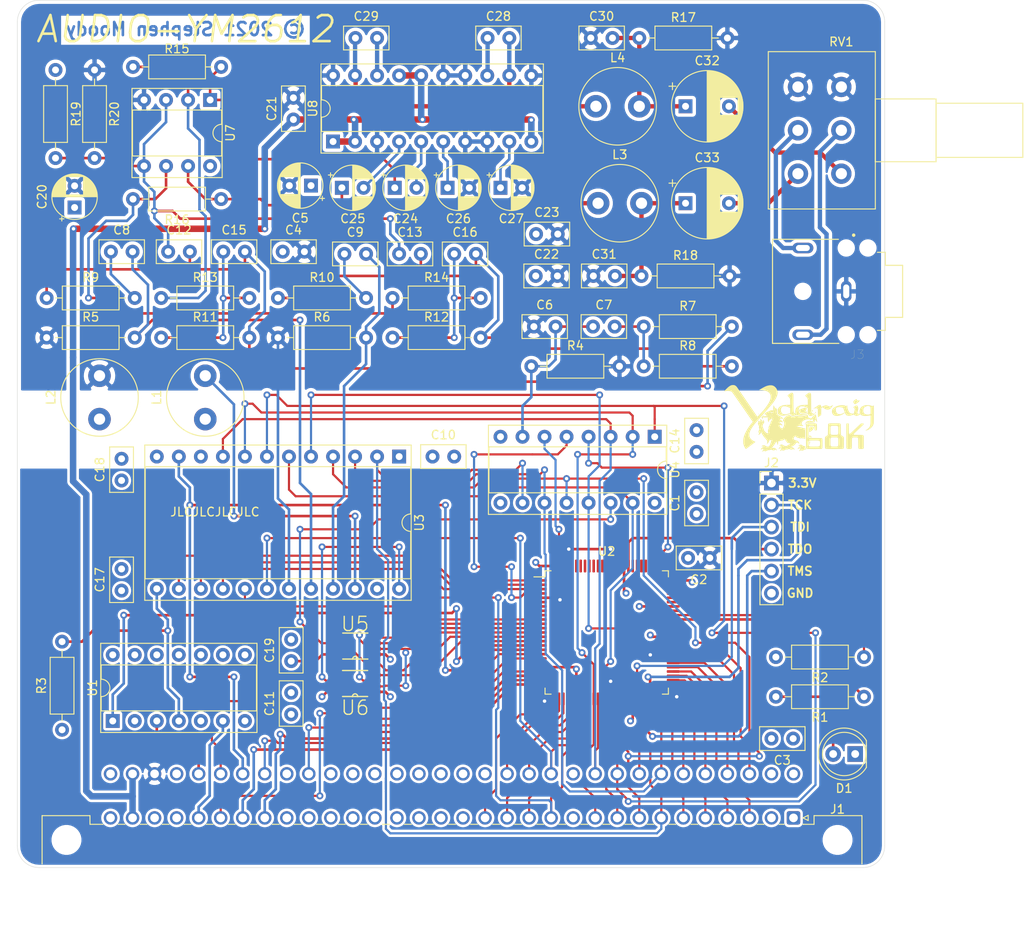
<source format=kicad_pcb>
(kicad_pcb (version 20211014) (generator pcbnew)
  (layers (0 "F.Cu" signal) (1 "In1.Cu" power) (2 "In2.Cu" power) (31 "B.Cu" signal) (34 "B.Paste" user) (35 "F.Paste" user) (36 "B.SilkS" user "B.Silkscreen") (37 "F.SilkS" user "F.Silkscreen") (38 "B.Mask" user) (39 "F.Mask" user) (44 "Edge.Cuts" user))
  (net 0 "")
  (net 1 "/Audio/MOR")
  (net 2 "/Audio/MOL")
  (net 3 "GND")
  (net 4 "+5V")
  (net 5 "GNDA")
  (net 6 "+5VA")
  (net 7 "/Audio/SN_OUT")
  (net 8 "/Audio/2.5V")
  (net 9 "/Audio/AUDIO_OUT_R")
  (net 10 "/Amplifier/AUDIO_L")
  (net 11 "Net-(C26-Pad1)")
  (net 12 "Net-(C27-Pad1)")
  (net 13 "Net-(C28-Pad1)")
  (net 14 "Net-(C29-Pad1)")
  (net 15 "Net-(C30-Pad2)")
  (net 16 "Net-(C31-Pad2)")
  (net 17 "Net-(D1-Pad2)")
  (net 18 "+12V")
  (net 19 "+3V3")
  (net 20 "Net-(J1-PadC28)")
  (net 21 "/CS_DATA")
  (net 22 "/~{RESET}")
  (net 23 "/~{UDS}")
  (net 24 "/SYS_CLK")
  (net 25 "Net-(J1-PadC22)")
  (net 26 "Net-(J1-PadC21)")
  (net 27 "Net-(J1-PadC20)")
  (net 28 "Net-(J1-PadC19)")
  (net 29 "Net-(J1-PadC18)")
  (net 30 "Net-(J1-PadC17)")
  (net 31 "Net-(J1-PadC16)")
  (net 32 "Net-(J1-PadC15)")
  (net 33 "/A6")
  (net 34 "/A4")
  (net 35 "/A2")
  (net 36 "/D15")
  (net 37 "/D13")
  (net 38 "/D11")
  (net 39 "/D9")
  (net 40 "/D7")
  (net 41 "/D5")
  (net 42 "/D3")
  (net 43 "/D1")
  (net 44 "Net-(J1-PadC2)")
  (net 45 "Net-(J1-PadA30)")
  (net 46 "Net-(J1-PadA29)")
  (net 47 "Net-(J1-PadA28)")
  (net 48 "/CS_REG")
  (net 49 "/RD~{WR}")
  (net 50 "/~{LDS}")
  (net 51 "Net-(J1-PadA23)")
  (net 52 "Net-(J1-PadA22)")
  (net 53 "Net-(J1-PadA21)")
  (net 54 "Net-(J1-PadA20)")
  (net 55 "Net-(J1-PadA19)")
  (net 56 "Net-(J1-PadA18)")
  (net 57 "Net-(J1-PadA17)")
  (net 58 "Net-(J1-PadA16)")
  (net 59 "/A7")
  (net 60 "/A5")
  (net 61 "/A3")
  (net 62 "/A1")
  (net 63 "/D14")
  (net 64 "/D12")
  (net 65 "/D10")
  (net 66 "/D8")
  (net 67 "/D6")
  (net 68 "/D4")
  (net 69 "/D2")
  (net 70 "/D0")
  (net 71 "Net-(J2-Pad4)")
  (net 72 "Net-(J3-Pad3)")
  (net 73 "Net-(J3-Pad2)")
  (net 74 "/LED")
  (net 75 "/SPI_DI")
  (net 76 "/IRQ")
  (net 77 "Net-(R13-Pad1)")
  (net 78 "Net-(R14-Pad1)")
  (net 79 "Net-(U1-Pad11)")
  (net 80 "Net-(U1-Pad8)")
  (net 81 "/~{DTACK}")
  (net 82 "/~{YMRD}")
  (net 83 "Net-(U2-Pad96)")
  (net 84 "Net-(U2-Pad95)")
  (net 85 "Net-(U2-Pad94)")
  (net 86 "Net-(U2-Pad93)")
  (net 87 "Net-(U2-Pad92)")
  (net 88 "Net-(U2-Pad91)")
  (net 89 "Net-(U2-Pad90)")
  (net 90 "/SNCLK_EN")
  (net 91 "/YMCLK_EN")
  (net 92 "Net-(U2-Pad86)")
  (net 93 "Net-(U2-Pad85)")
  (net 94 "Net-(U2-Pad82)")
  (net 95 "Net-(U2-Pad81)")
  (net 96 "Net-(U2-Pad80)")
  (net 97 "Net-(U2-Pad79)")
  (net 98 "Net-(U2-Pad78)")
  (net 99 "Net-(U2-Pad77)")
  (net 100 "Net-(U2-Pad74)")
  (net 101 "Net-(U2-Pad73)")
  (net 102 "Net-(U2-Pad72)")
  (net 103 "Net-(U2-Pad71)")
  (net 104 "Net-(U2-Pad70)")
  (net 105 "Net-(U2-Pad68)")
  (net 106 "Net-(U2-Pad65)")
  (net 107 "Net-(U2-Pad64)")
  (net 108 "Net-(U2-Pad63)")
  (net 109 "Net-(U2-Pad61)")
  (net 110 "Net-(U2-Pad60)")
  (net 111 "Net-(U2-Pad43)")
  (net 112 "Net-(U2-Pad42)")
  (net 113 "/SPI_DO")
  (net 114 "/SPI_CLK")
  (net 115 "/CS_YMCLK")
  (net 116 "/CS_SNCLK")
  (net 117 "Net-(U2-Pad7)")
  (net 118 "/SNRDY")
  (net 119 "/~{SNWE}")
  (net 120 "/~{SNCS}")
  (net 121 "/~{YMCS}")
  (net 122 "/~{YMWR}")
  (net 123 "/Audio/YM_CLK")
  (net 124 "Net-(U3-Pad10)")
  (net 125 "/Audio/PSG_CLK")
  (net 126 "Net-(U4-Pad9)")
  (net 127 "Net-(U5-Pad5)")
  (net 128 "Net-(U6-Pad5)")
  (net 129 "Net-(C8-Pad1)")
  (net 130 "Net-(C9-Pad1)")
  (net 131 "Net-(C12-Pad2)")
  (net 132 "Net-(C13-Pad2)")
  (net 133 "Net-(C15-Pad1)")
  (net 134 "Net-(C16-Pad1)")
  (net 135 "Net-(C24-Pad2)")
  (net 136 "Net-(C25-Pad2)")
  (net 137 "Net-(C28-Pad2)")
  (net 138 "Net-(C29-Pad2)")
  (net 139 "Net-(C32-Pad2)")
  (net 140 "Net-(C33-Pad2)")
  (net 141 "Net-(C7-Pad2)")
  (net 142 "Net-(U2-Pad97)")
  (net 143 "Net-(U2-Pad20)")
  (net 144 "Net-(U2-Pad9)")
  (net 145 "Net-(U2-Pad8)")
  (net 146 "Net-(U2-Pad6)")
  (net 147 "Net-(U2-Pad89)")
  (net 148 "Net-(U2-Pad87)")
  (net 149 "Net-(J2-Pad5)")
  (net 150 "Net-(J2-Pad3)")
  (net 151 "Net-(J2-Pad2)")
  (footprint "Capacitor_THT:C_Disc_D5.0mm_W2.5mm_P2.50mm" (layer "F.Cu") (at 110.784 78.994)
    (fp_text reference "C8")
    (fp_text value "10uF")
  )
  (footprint "Capacitor_THT:C_Disc_D5.0mm_W2.5mm_P2.50mm" (layer "F.Cu") (at 137.708 79.248)
    (fp_text reference "C9")
    (fp_text value "10uF")
  )
  (footprint "Capacitor_THT:C_Disc_D5.0mm_W2.5mm_P2.50mm" (layer "F.Cu") (at 178.308 109.22 90)
    (fp_text reference "C1")
    (fp_text value "100nF")
  )
  (footprint "Capacitor_THT:C_Disc_D5.0mm_W2.5mm_P2.50mm" (layer "F.Cu") (at 179.832 114.3 180)
    (fp_text reference "C2")
    (fp_text value "100nF")
  )
  (footprint "Capacitor_THT:C_Disc_D5.0mm_W2.5mm_P2.50mm" (layer "F.Cu") (at 189.444 135.128 180)
    (fp_text reference "C3")
    (fp_text value "100nF")
  )
  (footprint "Capacitor_THT:C_Disc_D5.0mm_W2.5mm_P2.50mm" (layer "F.Cu") (at 159.552 87.63)
    (fp_text reference "C6")
    (fp_text value "220pF")
  )
  (footprint "Capacitor_THT:C_Disc_D5.0mm_W2.5mm_P2.50mm" (layer "F.Cu") (at 166.37 87.63)
    (fp_text reference "C7")
    (fp_text value "1uF")
  )
  (footprint "Capacitor_THT:C_Disc_D5.0mm_W2.5mm_P2.50mm" (layer "F.Cu") (at 147.868 102.616)
    (fp_text reference "C10")
    (fp_text value "100nF")
  )
  (footprint "Capacitor_THT:C_Disc_D5.0mm_W2.5mm_P2.50mm" (layer "F.Cu") (at 131.572 132.334 90)
    (fp_text reference "C11")
    (fp_text value "100nF")
  )
  (footprint "Capacitor_THT:C_Disc_D5.0mm_W2.5mm_P2.50mm" (layer "F.Cu") (at 117.388 78.994)
    (fp_text reference "C12")
    (fp_text value "5.6nF")
  )
  (footprint "Capacitor_THT:C_Disc_D5.0mm_W2.5mm_P2.50mm" (layer "F.Cu") (at 144.018 79.248)
    (fp_text reference "C13")
    (fp_text value "5.6nF")
  )
  (footprint "Capacitor_THT:C_Disc_D5.0mm_W2.5mm_P2.50mm" (layer "F.Cu") (at 178.308 102.068 90)
    (fp_text reference "C14")
    (fp_text value "100nF")
  )
  (footprint "Capacitor_THT:C_Disc_D5.0mm_W2.5mm_P2.50mm" (layer "F.Cu") (at 123.738 78.994)
    (fp_text reference "C15")
    (fp_text value "5.6nF")
  )
  (footprint "Capacitor_THT:C_Disc_D5.0mm_W2.5mm_P2.50mm" (layer "F.Cu") (at 150.368 79.248)
    (fp_text reference "C16")
    (fp_text value "5.6nF")
  )
  (footprint "Capacitor_THT:C_Disc_D5.0mm_W2.5mm_P2.50mm" (layer "F.Cu") (at 112.014 118.07 90)
    (fp_text reference "C17")
    (fp_text value "100nF")
  )
  (footprint "Capacitor_THT:C_Disc_D5.0mm_W2.5mm_P2.50mm" (layer "F.Cu") (at 112.014 105.37 90)
    (fp_text reference "C18")
    (fp_text value "100nF")
  )
  (footprint "Capacitor_THT:C_Disc_D5.0mm_W2.5mm_P2.50mm" (layer "F.Cu") (at 131.572 126.198 90)
    (fp_text reference "C19")
    (fp_text value "100nF")
  )
  (footprint "Capacitor_THT:CP_Radial_D5.0mm_P2.50mm" (layer "F.Cu") (at 106.6 73.9 90)
    (fp_text reference "C20")
    (fp_text value "220uF")
  )
  (footprint "LED_THT:LED_D5.0mm_Clear" (layer "F.Cu") (at 196.596 136.906 180)
    (fp_text reference "D1")
    (fp_text value "LED")
  )
  (footprint "Ddraig:DIN41612_C_2x32_Male_Horizontal_THT" (layer "F.Cu") (at 189.484 144.272 180)
    (fp_text reference "J1")
    (fp_text value "D68K_64PIN_BOARD")
  )
  (footprint "Inductor_THT:L_Radial_D8.7mm_P5.00mm_Fastron_07HCP" (layer "F.Cu") (at 121.666 98.298 90)
    (fp_text reference "L1")
    (fp_text value "22mH")
  )
  (footprint "Inductor_THT:L_Radial_D8.7mm_P5.00mm_Fastron_07HCP" (layer "F.Cu") (at 109.474 98.298 90)
    (fp_text reference "L2")
    (fp_text value "22mH")
  )
  (footprint "Resistor_THT:R_Axial_DIN0207_L6.3mm_D2.5mm_P10.16mm_Horizontal" (layer "F.Cu") (at 197.612 130.302 180)
    (fp_text reference "R1")
    (fp_text value "330R")
  )
  (footprint "Resistor_THT:R_Axial_DIN0207_L6.3mm_D2.5mm_P10.16mm_Horizontal" (layer "F.Cu") (at 197.612 125.73 180)
    (fp_text reference "R2")
    (fp_text value "10K")
  )
  (footprint "Resistor_THT:R_Axial_DIN0207_L6.3mm_D2.5mm_P10.16mm_Horizontal" (layer "F.Cu") (at 105.156 134.112 90)
    (fp_text reference "R3")
    (fp_text value "4K7")
  )
  (footprint "Resistor_THT:R_Axial_DIN0207_L6.3mm_D2.5mm_P10.16mm_Horizontal" (layer "F.Cu") (at 159.258 92.202)
    (fp_text reference "R4")
    (fp_text value "2K2")
  )
  (footprint "Resistor_THT:R_Axial_DIN0207_L6.3mm_D2.5mm_P10.16mm_Horizontal" (layer "F.Cu") (at 103.378 88.9)
    (fp_text reference "R5")
    (fp_text value "2K2")
  )
  (footprint "Resistor_THT:R_Axial_DIN0207_L6.3mm_D2.5mm_P10.16mm_Horizontal" (layer "F.Cu") (at 130.048 88.9)
    (fp_text reference "R6")
    (fp_text value "2K2")
  )
  (footprint "Resistor_THT:R_Axial_DIN0207_L6.3mm_D2.5mm_P10.16mm_Horizontal" (layer "F.Cu") (at 172.212 87.63)
    (fp_text reference "R7")
    (fp_text value "51K")
  )
  (footprint "Resistor_THT:R_Axial_DIN0207_L6.3mm_D2.5mm_P10.16mm_Horizontal" (layer "F.Cu") (at 172.212 92.202)
    (fp_text reference "R8")
    (fp_text value "51K")
  )
  (footprint "Resistor_THT:R_Axial_DIN0207_L6.3mm_D2.5mm_P10.16mm_Horizontal" (layer "F.Cu") (at 103.378 84.328)
    (fp_text reference "R9")
    (fp_text value "2K2")
  )
  (footprint "Resistor_THT:R_Axial_DIN0207_L6.3mm_D2.5mm_P10.16mm_Horizontal" (layer "F.Cu") (at 130.048 84.328)
    (fp_text reference "R10")
    (fp_text value "2K2")
  )
  (footprint "Resistor_THT:R_Axial_DIN0207_L6.3mm_D2.5mm_P10.16mm_Horizontal" (layer "F.Cu") (at 116.586 88.9)
    (fp_text reference "R11")
    (fp_text value "10K")
  )
  (footprint "Resistor_THT:R_Axial_DIN0207_L6.3mm_D2.5mm_P10.16mm_Horizontal" (layer "F.Cu") (at 143.256 88.9)
    (fp_text reference "R12")
    (fp_text value "10K")
  )
  (footprint "Resistor_THT:R_Axial_DIN0207_L6.3mm_D2.5mm_P10.16mm_Horizontal" (layer "F.Cu") (at 116.586 84.328)
    (fp_text reference "R13")
    (fp_text value "10K")
  )
  (footprint "Resistor_THT:R_Axial_DIN0207_L6.3mm_D2.5mm_P10.16mm_Horizontal" (layer "F.Cu") (at 143.256 84.328)
    (fp_text reference "R14")
    (fp_text value "10K")
  )
  (footprint "Resistor_THT:R_Axial_DIN0207_L6.3mm_D2.5mm_P10.16mm_Horizontal" (layer "F.Cu") (at 123.496 72.928 180)
    (fp_text reference "R16")
    (fp_text value "33K")
  )
  (footprint "Package_DIP:DIP-14_W7.62mm_Socket" (layer "F.Cu") (at 110.998 133.096 90)
    (fp_text reference "U1")
    (fp_text value "74LS125")
  )
  (footprint "Package_QFP:TQFP-100_14x14mm_P0.5mm" (layer "F.Cu") (at 167.95 122.8935)
    (fp_text reference "U2")
    (fp_text value "XC95144XL-TQ100")
  )
  (footprint "Package_DIP:DIP-24_W15.24mm_Socket" (layer "F.Cu") (at 144.018 102.616 -90)
    (fp_text reference "U3")
    (fp_text value "YM2612")
  )
  (footprint "Package_DIP:DIP-16_W7.62mm_Socket" (layer "F.Cu") (at 173.482 100.33 -90)
    (fp_text reference "U4")
    (fp_text value "SN76489")
  )
  (footprint "Package_DIP:DIP-8_W7.62mm_Socket" (layer "F.Cu") (at 122.226 61.498 -90)
    (fp_text reference "U7")
    (fp_text value "TL062")
  )
  (footprint "Capacitor_THT:C_Disc_D5.0mm_W2.5mm_P2.50mm" (layer "F.Cu") (at 166.41 81.788)
    (fp_text reference "C31")
    (fp_text value "680nF")
  )
  (footprint "Capacitor_THT:C_Disc_D5.0mm_W2.5mm_P2.50mm" (layer "F.Cu") (at 166.116 54.356)
    (fp_text reference "C30")
    (fp_text value "680nF")
  )
  (footprint "Capacitor_THT:C_Disc_D5.0mm_W2.5mm_P2.50mm" (layer "F.Cu") (at 159.806 76.962)
    (fp_text reference "C23")
    (fp_text value "100nF")
  )
  (footprint "Capacitor_THT:C_Disc_D5.0mm_W2.5mm_P2.50mm" (layer "F.Cu") (at 159.766 81.788)
    (fp_text reference "C22")
    (fp_text value "100nF")
  )
  (footprint "Inductor_THT:L_Radial_D8.7mm_P5.00mm_Fastron_07HCP" (layer "F.Cu") (at 166.704 62.23)
    (fp_text reference "L4")
    (fp_text value "22uH")
  )
  (footprint "Inductor_THT:L_Radial_D8.7mm_P5.00mm_Fastron_07HCP" (layer "F.Cu") (at 166.958 73.406)
    (fp_text reference "L3")
    (fp_text value "22uH")
  )
  (footprint "Capacitor_THT:CP_Radial_D5.0mm_P2.50mm" (layer "F.Cu") (at 143.51 71.628)
    (fp_text reference "C24")
    (fp_text value "1uF")
  )
  (footprint "Capacitor_THT:C_Disc_D5.0mm_W2.5mm_P2.50mm" (layer "F.Cu") (at 131.826 63.754 90)
    (fp_text reference "C21")
    (fp_text value "100nF")
  )
  (footprint "Capacitor_THT:CP_Radial_D8.0mm_P5.00mm" (layer "F.Cu") (at 177.038 62.23)
    (fp_text reference "C32")
    (fp_text value "470uF")
  )
  (footprint "Capacitor_THT:C_Disc_D5.0mm_W2.5mm_P2.50mm" (layer "F.Cu") (at 138.978 54.356)
    (fp_text reference "C29")
    (fp_text value "220nF")
  )
  (footprint "Capacitor_THT:CP_Radial_D5.0mm_P2.50mm" (layer "F.Cu") (at 149.606 71.628)
    (fp_text reference "C26")
    (fp_text value "1uF")
  )
  (footprint "Capacitor_THT:C_Disc_D5.0mm_W2.5mm_P2.50mm" (layer "F.Cu") (at 154.218 54.356)
    (fp_text reference "C28")
    (fp_text value "220nF")
  )
  (footprint "Capacitor_THT:CP_Radial_D5.0mm_P2.50mm" (layer "F.Cu") (at 155.702 71.628)
    (fp_text reference "C27")
    (fp_text value "1uF")
  )
  (footprint "Capacitor_THT:CP_Radial_D5.0mm_P2.50mm" (layer "F.Cu") (at 137.414 71.628)
    (fp_text reference "C25")
    (fp_text value "1uF")
  )
  (footprint "Capacitor_THT:CP_Radial_D8.0mm_P5.00mm" (layer "F.Cu") (at 177.038 73.406)
    (fp_text reference "C33")
    (fp_text value "470uF")
  )
  (footprint "Package_DIP:DIP-20_W7.62mm_Socket" (layer "F.Cu") (at 136.398 66.294 90)
    (fp_text reference "U8")
    (fp_text value "TPA3122D2")
  )
  (footprint "Resistor_THT:R_Axial_DIN0207_L6.3mm_D2.5mm_P10.16mm_Horizontal" (layer "F.Cu") (at 171.704 54.356)
    (fp_text reference "R17")
    (fp_text value "4K7")
  )
  (footprint "Potentiometer_THT:Potentiometer_Alps_RK163_Dual_Horizontal" (layer "F.Cu") (at 195 70)
    (fp_text reference "RV1")
    (fp_text value "10K")
  )
  (footprint "Resistor_THT:R_Axial_DIN0207_L6.3mm_D2.5mm_P10.16mm_Horizontal" (layer "F.Cu") (at 171.958 81.788)
    (fp_text reference "R18")
    (fp_text value "4K7")
  )
  (footprint "Connector_PinHeader_2.54mm:PinHeader_1x06_P2.54mm_Vertical" (layer "F.Cu") (at 186.944 105.664)
    (fp_text reference "J2")
    (fp_text value "JTAG")
  )
  (footprint "Capacitor_THT:C_Disc_D5.0mm_W2.5mm_P2.50mm" (layer "F.Cu") (at 130.596 78.994)
    (fp_text reference "C4")
    (fp_text value "100nF")
  )
  (footprint "Ddraig:SWITCHCRAFT_35RAPC2BHN2" (layer "F.Cu") (at 194.564 83.566 180)
    (fp_text reference "J3")
    (fp_text value "35RAPC2BHN2")
  )
  (footprint "Resistor_THT:R_Axial_DIN0207_L6.3mm_D2.5mm_P10.16mm_Horizontal" (layer "F.Cu") (at 123.496 57.688 180)
    (fp_text reference "R15")
    (fp_text value "33K")
  )
  (footprint "Capacitor_THT:CP_Radial_D5.0mm_P2.50mm" (layer "F.Cu") (at 133.858 71.374 180)
    (fp_text reference "C5")
    (fp_text value "47uF")
  )
  (footprint "Ddraig:SOP65P490X110-8N" (layer "F.Cu") (at 138.9634 124.46 180)
    (fp_text reference "U5")
    (fp_text value "LTC6903")
  )
  (footprint "Ddraig:SOP65P490X110-8N" (layer "F.Cu") (at 138.938 128.778 180)
    (fp_text reference "U6")
    (fp_text value "LTC6903")
  )
  (footprint "Ddraig:Ddraig68k-17mm" (layer "F.Cu") (at 190.246 98.044)
    (fp_text reference "G***" hide)
    (fp_text value "LOGO" hide)
  )
  (footprint "Resistor_THT:R_Axial_DIN0207_L6.3mm_D2.5mm_P10.16mm_Horizontal" (layer "F.Cu") (at 104.4 58.04 -90)
    (fp_text reference "R19")
    (fp_text value "1K")
  )
  (footprint "Resistor_THT:R_Axial_DIN0207_L6.3mm_D2.5mm_P10.16mm_Horizontal" (layer "F.Cu") (at 108.9 68.2 90)
    (fp_text reference "R20")
    (fp_text value "1K")
  )
  (gr_line (start 200 85) (end 200 52.5) (layer "Edge.Cuts") (width 0.05))
  (gr_line (start 200 90) (end 200 85) (layer "Edge.Cuts") (width 0.05))
  (gr_arc (start 100 52.5) (mid 100.732233 50.732233) (end 102.5 50) (layer "Edge.Cuts") (width 0.05))
  (gr_arc (start 200 147.5) (mid 199.267767 149.267767) (end 197.5 150) (layer "Edge.Cuts") (width 0.05))
  (gr_line (start 100 147.5) (end 100 52.5) (layer "Edge.Cuts") (width 0.05))
  (gr_line (start 197.5 150) (end 102.5 150) (layer "Edge.Cuts") (width 0.05))
  (gr_arc (start 197.5 50) (mid 199.267767 50.732233) (end 200 52.5) (layer "Edge.Cuts") (width 0.05))
  (gr_line (start 102.5 50) (end 197.5 50) (layer "Edge.Cuts") (width 0.05))
  (gr_line (start 200 147.5) (end 200 90) (layer "Edge.Cuts") (width 0.05))
  (gr_arc (start 102.5 150) (mid 100.732233 149.267767) (end 100 147.5) (layer "Edge.Cuts") (width 0.05))
  (gr_text "© 2021 Stephen Moody" (at 119.38 53.34) (layer "B.Cu") (effects (font (size 1.5 1.5) (thickness 0.3)) (justify mirror)))
  (gr_text "GND" (at 190.246 118.364) (layer "F.SilkS") (effects (font (size 1 1) (thickness 0.2))))
  (gr_text "3.3V\n" (at 190.5 105.664) (layer "F.SilkS") (effects (font (size 1 1) (thickness 0.2))))
  (gr_text "TCK" (at 190.246 108.204) (layer "F.SilkS") (effects (font (size 1 1) (thickness 0.2))))
  (gr_text "TMS" (at 190.246 115.824) (layer "F.SilkS") (effects (font (size 1 1) (thickness 0.2))))
  (gr_text "AUDIO-YM2612" (at 119.38 53.34) (layer "F.SilkS") (effects (font (size 3 3) (thickness 0.3) italic)))
  (gr_text "TDI" (at 190.246 110.744) (layer "F.SilkS") (effects (font (size 1 1) (thickness 0.2))))
  (gr_text "TDO" (at 190.246 113.284) (layer "F.SilkS") (effects (font (size 1 1) (thickness 0.2))))
  (gr_text "JLCJLCJLCJLC" (at 122.778 109) (layer "F.SilkS") (effects (font (size 1 1))))
  (segment (start 132.588 86.868) (end 115.57 86.868) (width 0.3) (layer "F.Cu") (net 1))
  (segment (start 115.57 86.868) (end 113.538 88.9) (width 0.3) (layer "F.Cu") (net 1))
  (via (at 132.588 86.868) (size 0.8) (drill 0.4) (layers "F.Cu" "B.Cu") (net 1))
  (segment (start 132.588 105.664) (end 132.588 86.868) (width 0.3) (layer "B.Cu") (net 1))
  (segment (start 133.858 106.934) (end 132.588 105.664) (width 0.3) (layer "B.Cu") (net 1))
  (segment (start 113.284 81.026) (end 113.284 78.994) (width 0.3) (layer "B.Cu") (net 1))
  (segment (start 113.538 88.9) (end 115.062 87.376) (width 0.3) (layer "B.Cu") (net 1))
  (segment (start 115.062 87.376) (end 115.062 82.804) (width 0.3) (layer "B.Cu") (net 1))
  (segment (start 133.858 117.856) (end 133.858 106.934) (width 0.3) (layer "B.Cu") (net 1))
  (segment (start 115.062 82.804) (end 113.284 81.026) (width 0.3) (layer "B.Cu") (net 1))
  (segment (start 137.668 94.488) (end 140.208 91.948) (width 0.3) (layer "B.Cu") (net 2))
  (segment (start 141.732 80.772) (end 141.732 86.106) (width 0.3) (layer "B.Cu") (net 2))
  (segment (start 140.208 79.248) (end 141.732 80.772) (width 0.3) (layer "B.Cu") (net 2))
  (segment (start 136.398 117.856) (end 136.398 108.458) (width 0.3) (layer "B.Cu") (net 2))
  (segment (start 141.732 86.106) (end 140.208 87.63) (width 0.3) (layer "B.Cu") (net 2))
  (segment (start 136.398 108.458) (end 137.668 107.188) (width 0.3) (layer "B.Cu") (net 2))
  (segment (start 140.208 91.948) (end 140.208 88.9) (width 0.3) (layer "B.Cu") (net 2))
  (segment (start 140.208 87.63) (end 140.208 88.9) (width 0.3) (layer "B.Cu") (net 2))
  (segment (start 137.668 107.188) (end 137.668 94.488) (width 0.3) (layer "B.Cu") (net 2))
  (segment (start 170.95 132.834) (end 170.688 133.096) (width 0.3) (layer "F.Cu") (net 3))
  (segment (start 142.4432 125.4252) (end 143.002 125.984) (width 0.3) (layer "F.Cu") (net 3))
  (segment (start 177.5995 116.8935) (end 177.8 117.094) (width 0.3) (layer "F.Cu") (net 3))
  (segment (start 169.95 118.134) (end 170.18 118.364) (width 0.3) (layer "F.Cu") (net 3))
  (segment (start 169.95 115.231) (end 169.95 118.134) (width 0.3) (layer "F.Cu") (net 3))
  (segment (start 141.224 125.4252) (end 142.4432 125.4252) (width 0.3) (layer "F.Cu") (net 3))
  (segment (start 161.95 115.231) (end 160.189 115.231) (width 0.3) (layer "F.Cu") (net 3))
  (segment (start 164.45 130.556) (end 164.45 127.112) (width 0.3) (layer "F.Cu") (net 3))
  (segment (start 173.1775 123.3935) (end 172.974 123.19) (width 0.3) (layer "F.Cu") (net 3))
  (segment (start 141.1986 129.7432) (end 142.4432 129.7432) (width 0.3) (layer "F.Cu") (net 3))
  (segment (start 175.6125 119.8935) (end 171.7095 119.8935) (width 0.3) (layer "F.Cu") (net 3))
  (segment (start 142.4432 129.7432) (end 143.002 130.302) (width 0.3) (layer "F.Cu") (net 3))
  (segment (start 175.6125 123.3935) (end 173.1775 123.3935) (width 0.3) (layer "F.Cu") (net 3))
  (segment (start 175.6125 116.8935) (end 177.5995 116.8935) (width 0.3) (layer "F.Cu") (net 3))
  (segment (start 160.189 115.231) (end 159.766 114.808) (width 0.3) (layer "F.Cu") (net 3))
  (segment (start 171.7095 119.8935) (end 171.704 119.888) (width 0.3) (layer "F.Cu") (net 3))
  (segment (start 164.2315 126.8935) (end 164.45 127.112) (width 0.3) (layer "F.Cu") (net 3))
  (segment (start 170.95 130.556) (end 170.95 132.834) (width 0.3) (layer "F.Cu") (net 3))
  (segment (start 160.2875 126.8935) (end 164.2315 126.8935) (width 0.3) (layer "F.Cu") (net 3))
  (via (at 164.45 127.112) (size 0.8) (drill 0.4) (layers "F.Cu" "B.Cu") (net 3))
  (via (at 170.688 133.096) (size 0.8) (drill 0.4) (layers "F.Cu" "B.Cu") (net 3))
  (via (at 170.18 118.364) (size 0.8) (drill 0.4) (layers "F.Cu" "B.Cu") (net 3))
  (via (at 143.002 130.302) (size 0.8) (drill 0.4) (layers "F.Cu" "B.Cu") (net 3))
  (via (at 159.766 114.808) (size 0.8) (drill 0.4) (layers "F.Cu" "B.Cu") (net 3))
  (via (at 172.974 123.19) (size 0.8) (drill 0.4) (layers "F.Cu" "B.Cu") (net 3))
  (via (at 177.8 117.094) (size 0.8) (drill 0.4) (layers "F.Cu" "B.Cu") (net 3))
  (via (at 171.704 119.888) (size 0.8) (drill 0.4) (layers "F.Cu" "B.Cu") (net 3))
  (via (at 143.002 125.984) (size 0.8) (drill 0.4) (layers "F.Cu" "B.Cu") (net 3))
  (segment (start 136.6774 129.7432) (end 135.6868 129.7432) (width 0.3) (layer "F.Cu") (net 4))
  (segment (start 135.6868 129.7432) (end 135.128 130.302) (width 0.3) (layer "F.Cu") (net 4))
  (segment (start 134.406 126.198) (end 131.572 126.198) (width 0.3) (layer "F.Cu") (net 4))
  (segment (start 135.1788 125.4252) (end 134.406 126.198) (width 0.3) (layer "F.Cu") (net 4))
  (segment (start 136.7028 125.4252) (end 135.1788 125.4252) (width 0.3) (layer "F.Cu") (net 4))
  (via (at 135.128 130.302) (size 0.8) (drill 0.4) (layers "F.Cu" "B.Cu") (net 4))
  (segment (start 130.048 107.442) (end 130.048 90.678) (width 0.3) (layer "B.Cu") (net 5))
  (segment (start 131.318 108.712) (end 130.048 107.442) (width 0.3) (layer "B.Cu") (net 5))
  (segment (start 130.048 90.678) (end 130.048 88.9) (width 0.3) (layer "B.Cu") (net 5))
  (segment (start 131.318 117.856) (end 131.318 108.712) (width 0.3) (layer "B.Cu") (net 5))
  (segment (start 138.938 109.474) (end 124.968 109.474) (width 0.3) (layer "F.Cu") (net 6))
  (via (at 138.938 109.474) (size 0.8) (drill 0.4) (layers "F.Cu" "B.Cu") (net 6))
  (via (at 124.968 109.474) (size 0.8) (drill 0.4) (layers "F.Cu" "B.Cu") (net 6))
  (segment (start 138.938 109.474) (end 138.938 117.856) (width 0.3) (layer "B.Cu") (net 6))
  (segment (start 124.968 96.6) (end 124.968 109.474) (width 0.3) (layer "B.Cu") (net 6))
  (segment (start 121.666 93.298) (end 124.968 96.6) (width 0.3) (layer "B.Cu") (net 6))
  (segment (start 162.052 87.63) (end 166.37 87.63) (width 0.3) (layer "F.Cu") (net 7))
  (segment (start 158.242 96.774) (end 159.258 95.758) (width 0.3) (layer "B.Cu") (net 7))
  (segment (start 158.242 100.33) (end 158.242 96.774) (width 0.3) (layer "B.Cu") (net 7))
  (segment (start 162.052 91.44) (end 162.052 87.63) (width 0.3) (layer "B.Cu") (net 7))
  (segment (start 159.258 95.758) (end 159.258 92.202) (width 0.3) (layer "B.Cu") (net 7))
  (segment (start 159.258 92.202) (end 161.29 92.202) (width 0.3) (layer "B.Cu") (net 7))
  (segment (start 161.29 92.202) (end 162.052 91.44) (width 0.3) (layer "B.Cu") (net 7))
  (segment (start 111.4 68.2) (end 112.318 69.118) (width 0.3) (layer "F.Cu") (net 8))
  (segment (start 117.9 74.3) (end 115.8 74.3) (width 0.3) (layer "F.Cu") (net 8))
  (segment (start 118.784 75.184) (end 117.9 74.3) (width 0.3) (layer "F.Cu") (net 8))
  (segment (start 118.884 75.184) (end 118.784 75.184) (width 0.3) (layer "F.Cu") (net 8))
  (segment (start 108.9 68.2) (end 111.4 68.2) (width 0.3) (layer "F.Cu") (net 8))
  (segment (start 118.884 75.184) (end 143.002 75.184) (width 0.3) (layer "F.Cu") (net 8))
  (segment (start 112.318 69.118) (end 114.606 69.118) (width 0.3) (layer "F.Cu") (net 8))
  (segment (start 104.4 68.2) (end 108.9 68.2) (width 0.3) (layer "F.Cu") (net 8))
  (via (at 143.002 75.184) (size 0.8) (drill 0.4) (layers "F.Cu" "B.Cu") (net 8))
  (via (at 115.8 74.3) (size 0.8) (drill 0.4) (layers "F.Cu" "B.Cu") (net 8))
  (segment (start 144.018 77.978) (end 144.018 79.248) (width 0.3) (layer "B.Cu") (net 8))
  (segment (start 143.002 75.184) (end 143.002 76.962) (width 0.3) (layer "B.Cu") (net 8))
  (segment (start 143.002 76.962) (end 144.018 77.978) (width 0.3) (layer "B.Cu") (net 8))
  (segment (start 115.8 72.1) (end 114.606 70.906) (width 0.3) (layer "B.Cu") (net 8))
  (segment (start 114.606 69.118) (end 114.606 66.594) (width 0.3) (layer "B.Cu") (net 8))
  (segment (start 117.388 78.994) (end 117.388 76.712) (width 0.3) (layer "B.Cu") (net 8))
  (segment (start 115.8 75.124) (end 117.388 76.712) (width 0.3) (layer "B.Cu") (net 8))
  (segment (start 115.8 74.3) (end 115.8 72.1) (width 0.3) (layer "B.Cu") (net 8))
  (segment (start 114.606 66.594) (end 117.146 64.054) (width 0.3) (layer "B.Cu") (net 8))
  (segment (start 114.606 70.906) (end 114.606 69.118) (width 0.3) (layer "B.Cu") (net 8))
  (segment (start 115.8 74.3) (end 115.8 75.124) (width 0.3) (layer "B.Cu") (net 8))
  (segment (start 117.146 64.054) (end 117.146 61.498) (width 0.3) (layer "B.Cu") (net 8))
  (segment (start 125.798 61.498) (end 122.226 61.498) (width 0.3) (layer "F.Cu") (net 9))
  (segment (start 142.24 68.326) (end 143.51 69.596) (width 0.3) (layer "F.Cu") (net 9))
  (segment (start 143.51 69.596) (end 143.51 71.628) (width 0.3) (layer "F.Cu") (net 9))
  (segment (start 122.226 61.498) (end 122.226 58.958) (width 0.3) (layer "F.Cu") (net 9))
  (segment (start 130.926 68.326) (end 127.226 68.326) (width 0.3) (layer "F.Cu") (net 9))
  (segment (start 130.926 68.326) (end 142.24 68.326) (width 0.3) (layer "F.Cu") (net 9))
  (segment (start 126.3 62) (end 125.798 61.498) (width 0.3) (layer "F.Cu") (net 9))
  (segment (start 126.3 67.4) (end 126.3 62) (width 0.3) (layer "F.Cu") (net 9))
  (segment (start 122.226 58.958) (end 123.496 57.688) (width 0.3) (layer "F.Cu") (net 9))
  (segment (start 127.226 68.326) (end 126.3 67.4) (width 0.3) (layer "F.Cu") (net 9))
  (segment (start 119.686 70.928) (end 119.686 69.118) (width 0.3) (layer "F.Cu") (net 10))
  (segment (start 121.686 72.928) (end 119.686 70.928) (width 0.3) (layer "F.Cu") (net 10))
  (segment (start 128.728 73.628) (end 136.938 73.628) (width 0.3) (layer "F.Cu") (net 10))
  (segment (start 123.496 72.928) (end 126.372 72.928) (width 0.3) (layer "F.Cu") (net 10))
  (segment (start 128.028 72.928) (end 128.728 73.628) (width 0.3) (layer "F.Cu") (net 10))
  (segment (start 136.938 73.628) (end 137.414 73.152) (width 0.3) (layer "F.Cu") (net 10))
  (segment (start 137.414 73.152) (end 137.414 71.628) (width 0.3) (layer "F.Cu") (net 10))
  (segment (start 123.496 72.928) (end 121.686 72.928) (width 0.3) (layer "F.Cu") (net 10))
  (segment (start 126.372 72.928) (end 128.028 72.928) (width 0.3) (layer "F.Cu") (net 10))
  (segment (start 149.098 68.072) (end 149.098 66.294) (width 0.3) (layer "B.Cu") (net 11))
  (segment (start 149.606 68.58) (end 149.098 68.072) (width 0.3) (layer "B.Cu") (net 11))
  (segment (start 149.606 71.628) (end 149.606 68.58) (width 0.3) (layer "B.Cu") (net 11))
  (segment (start 155.702 69.342) (end 156.718 68.326) (width 0.3) (layer "B.Cu") (net 12))
  (segment (start 156.718 68.326) (end 156.718 66.294) (width 0.3) (layer "B.Cu") (net 12))
  (segment (start 155.702 71.628) (end 155.702 69.342) (width 0.3) (layer "B.Cu") (net 12))
  (segment (start 154.218 58.634) (end 154.178 58.674) (width 0.5) (layer "B.Cu") (net 13))
  (segment (start 154.218 54.356) (end 154.218 58.634) (width 0.5) (layer "B.Cu") (net 13))
  (segment (start 140.33 62.23) (end 160.93 62.23) (width 0.5) (layer "F.Cu") (net 14))
  (segment (start 163.83 65.13) (end 163.83 72.644) (width 0.5) (layer "F.Cu") (net 14))
  (segment (start 163.83 72.644) (end 164.592 73.406) (width 0.5) (layer "F.Cu") (net 14))
  (segment (start 160.93 62.23) (end 163.83 65.13) (width 0.5) (layer "F.Cu") (net 14))
  (segment (start 139 60.9) (end 140.33 62.23) (width 0.5) (layer "F.Cu") (net 14))
  (segment (start 138.938 58.674) (end 139 58.736) (width 0.5) (layer "F.Cu") (net 14))
  (segment (start 164.592 73.406) (end 166.958 73.406) (width 0.5) (layer "F.Cu") (net 14))
  (segment (start 139 58.736) (end 139 60.9) (width 0.5) (layer "F.Cu") (net 14))
  (segment (start 138.938 58.674) (end 138.938 54.396) (width 0.5) (layer "B.Cu") (net 14))
  (segment (start 138.938 54.396) (end 138.978 54.356) (width 0.5) (layer "B.Cu") (net 14))
  (segment (start 171.704 62.23) (end 177.038 62.23) (width 0.5) (layer "F.Cu") (net 15))
  (segment (start 171.704 62.23) (end 171.704 54.356) (width 0.5) (layer "F.Cu") (net 15))
  (segment (start 171.704 54.356) (end 168.616 54.356) (width 0.5) (layer "F.Cu") (net 15))
  (segment (start 171.958 73.406) (end 177.038 73.406) (width 0.5) (layer "F.Cu") (net 16))
  (segment (start 171.958 81.788) (end 168.91 81.788) (width 0.5) (layer "F.Cu") (net 16))
  (segment (start 171.958 73.406) (end 171.958 81.788) (width 0.5) (layer "F.Cu") (net 16))
  (segment (start 194.056 131.572) (end 192.786 130.302) (width 0.3) (layer "F.Cu") (net 17))
  (segment (start 194.056 136.906) (end 194.056 131.572) (width 0.3) (layer "F.Cu") (net 17))
  (segment (start 192.786 130.302) (end 187.452 130.302) (width 0.3) (layer "F.Cu") (net 17))
  (segment (start 146.7104 63.754) (end 159.2072 63.754) (width 0.75) (layer "F.Cu") (net 18))
  (segment (start 146.558 58.674) (end 144.018 58.674) (width 0.75) (layer "F.Cu") (net 18))
  (segment (start 159.2072 63.754) (end 159.258 63.8048) (width 0.75) (layer "F.Cu") (net 18))
  (segment (start 138.7856 63.754) (end 146.7104 63.754) (width 0.75) (layer "F.Cu") (net 18))
  (segment (start 106.4768 76.3524) (end 128.524 76.3524) (width 0.75) (layer "F.Cu") (net 18))
  (segment (start 131.826 63.754) (end 133.858 63.754) (width 0.75) (layer "F.Cu") (net 18))
  (segment (start 136.398 66.294) (end 138.938 66.294) (width 0.75) (layer "F.Cu") (net 18))
  (segment (start 133.858 63.754) (end 138.7856 63.754) (width 0.75) (layer "F.Cu") (net 18))
  (via (at 106.4768 76.3524) (size 0.8) (drill 0.4) (layers "F.Cu" "B.Cu") (net 18))
  (via (at 159.258 63.8048) (size 0.8) (drill 0.4) (layers "F.Cu" "B.Cu") (net 18))
  (via (at 138.7856 63.754) (size 0.8) (drill 0.4) (layers "F.Cu" "B.Cu") (net 18))
  (via (at 146.7104 63.754) (size 0.8) (drill 0.4) (layers "F.Cu" "B.Cu") (net 18))
  (via (at 128.524 76.3524) (size 0.8) (drill 0.4) (layers "F.Cu" "B.Cu") (net 18))
  (segment (start 106.426 105.4608) (end 106.426 91.186) (width 0.75) (layer "B.Cu") (net 18))
  (segment (start 146.558 63.6016) (end 146.7104 63.754) (width 0.75) (layer "B.Cu") (net 18))
  (segment (start 106.426 91.186) (end 106.426 76.4032) (width 0.75) (layer "B.Cu") (net 18))
  (segment (start 113.284 144.272) (end 113.284 141.7828) (width 0.75) (layer "B.Cu") (net 18))
  (segment (start 107.95 106.9848) (end 107.723999 106.758799) (width 0.75) (layer "B.Cu") (net 18))
  (segment (start 128.524 76.3524) (end 128.524 67.056) (width 0.75) (layer "B.Cu") (net 18))
  (segment (start 138.938 63.9064) (end 138.7856 63.754) (width 0.75) (layer "B.Cu") (net 18))
  (segment (start 113.284 141.7828) (end 113.284 139.192) (width 0.75) (layer "B.Cu") (net 18))
  (segment (start 159.258 63.8048) (end 159.258 66.294) (width 0.75) (layer "B.Cu") (net 18))
  (segment (start 128.524 67.056) (end 131.826 63.754) (width 0.75) (layer "B.Cu") (net 18))
  (segment (start 146.558 58.674) (end 146.558 63.6016) (width 0.75) (layer "B.Cu") (net 18))
  (segment (start 113.284 141.7828) (end 108.5596 141.7828) (width 0.75) (layer "B.Cu") (net 18))
  (segment (start 107.95 141.1732) (end 107.95 106.9848) (width 0.75) (layer "B.Cu") (net 18))
  (segment (start 108.5596 141.7828) (end 107.95 141.1732) (width 0.75) (layer "B.Cu") (net 18))
  (segment (start 107.723999 106.758799) (end 106.426 105.4608) (width 0.75) (layer "B.Cu") (net 18))
  (segment (start 138.938 66.294) (end 138.938 63.9064) (width 0.75) (layer "B.Cu") (net 18))
  (segment (start 106.426 76.4032) (end 106.4768 76.3524) (width 0.75) (layer "B.Cu") (net 18))
  (segment (start 167.95 115.231) (end 167.95 113.736) (width 0.3) (layer "F.Cu") (net 19))
  (segment (start 163.576 113.284) (end 168.402 113.284) (width 0.3) (layer "F.Cu") (net 19))
  (segment (start 167.95 128.976) (end 168.402 128.524) (width 0.3) (layer "F.Cu") (net 19))
  (segment (start 162.3275 118.8935) (end 162.56 119.126) (width 0.3) (layer "F.Cu") (net 19))
  (segment (start 175.6125 128.8935) (end 175.6125 129.8925) (width 0.3) (layer "F.Cu") (net 19))
  (segment (start 167.95 113.736) (end 168.402 113.284) (width 0.3) (layer "F.Cu") (net 19))
  (segment (start 175.6125 129.8925) (end 176.022 130.302) (width 0.3) (layer "F.Cu") (net 19))
  (segment (start 167.95 130.556) (end 167.95 128.976) (width 0.3) (layer "F.Cu") (net 19))
  (segment (start 173.391502 125.8935) (end 172.974 125.475998) (width 0.3) (layer "F.Cu") (net 19))
  (segment (start 162.95 115.231) (end 162.95 113.91) (width 0.3) (layer "F.Cu") (net 19))
  (segment (start 162.95 113.91) (end 163.576 113.284) (width 0.3) (layer "F.Cu") (net 19))
  (segment (start 161.036 130.556) (end 160.782 130.81) (width 0.3) (layer "F.Cu") (net 19))
  (segment (start 161.95 130.556) (end 161.036 130.556) (width 0.3) (layer "F.Cu") (net 19))
  (segment (start 175.6125 125.8935) (end 173.391502 125.8935) (width 0.3) (layer "F.Cu") (net 19))
  (segment (start 160.2875 118.8935) (end 162.3275 118.8935) (width 0.3) (layer "F.Cu") (net 19))
  (via (at 168.402 113.284) (size 0.8) (drill 0.4) (layers "F.Cu" "B.Cu") (net 19))
  (via (at 162.56 119.126) (size 0.8) (drill 0.4) (layers "F.Cu" "B.Cu") (net 19))
  (via (at 160.782 130.81) (size 0.8) (drill 0.4) (layers "F.Cu" "B.Cu") (net 19))
  (via (at 163.576 113.284) (size 0.8) (drill 0.4) (layers "F.Cu" "B.Cu") (net 19))
  (via (at 168.402 128.524) (size 0.8) (drill 0.4) (layers "F.Cu" "B.Cu") (net 19))
  (via (at 176.022 130.302) (size 0.8) (drill 0.4) (layers "F.Cu" "B.Cu") (net 19))
  (via (at 172.974 125.475998) (size 0.8) (drill 0.4) (layers "F.Cu" "B.Cu") (net 19))
  (segment (start 120.904 139.192) (end 120.904 137.414) (width 0.3) (layer "F.Cu") (net 20))
  (segment (start 116.078 135.382) (end 116.713 136.017) (width 0.3) (layer "F.Cu") (net 20))
  (segment (start 120.904 137.414) (end 119.634 136.144) (width 0.3) (layer "F.Cu") (net 20))
  (segment (start 116.078 133.096) (end 116.078 135.382) (width 0.3) (layer "F.Cu") (net 20))
  (segment (start 119.634 136.144) (end 116.84 136.144) (width 0.3) (layer "F.Cu") (net 20))
  (segment (start 116.84 136.144) (end 116.713 136.017) (width 0.3) (layer "F.Cu") (net 20))
  (segment (start 133.858 131.318) (end 136.652 131.318) (width 0.25) (layer "F.Cu") (net 21))
  (segment (start 136.652 131.318) (end 138.176 132.842) (width 0.25) (layer "F.Cu") (net 21))
  (segment (start 123.444 139.192) (end 123.444 136.398) (width 0.25) (layer "F.Cu") (net 21))
  (segment (start 129.758002 131.064) (end 133.604 131.064) (width 0.25) (layer "F.Cu") (net 21))
  (segment (start 123.444 136.398) (end 122.428 135.382) (width 0.25) (layer "F.Cu") (net 21))
  (segment (start 123.19 130.81) (end 129.504002 130.81) (width 0.25) (layer "F.Cu") (net 21))
  (segment (start 122.428 131.572) (end 123.19 130.81) (width 0.25) (layer "F.Cu") (net 21))
  (segment (start 138.176 132.842) (end 148.082 132.842) (width 0.25) (layer "F.Cu") (net 21))
  (segment (start 148.082 132.842) (end 155.5305 125.3935) (width 0.25) (layer "F.Cu") (net 21))
  (segment (start 129.504002 130.81) (end 129.758002 131.064) (width 0.25) (layer "F.Cu") (net 21))
  (segment (start 155.5305 125.3935) (end 160.2875 125.3935) (width 0.25) (layer "F.Cu") (net 21))
  (segment (start 122.428 135.382) (end 122.428 131.572) (width 0.25) (layer "F.Cu") (net 21))
  (segment (start 133.604 131.064) (end 133.858 131.318) (width 0.25) (layer "F.Cu") (net 21))
  (segment (start 153.9985 124.8935) (end 151.638 127.254) (width 0.3) (layer "F.Cu") (net 22))
  (segment (start 160.2875 124.8935) (end 153.9985 124.8935) (width 0.3) (layer "F.Cu") (net 22))
  (segment (start 124.968 128.016) (end 122.174 128.016) (width 0.3) (layer "F.Cu") (net 22))
  (segment (start 151.638 127.254) (end 149.352 127.254) (width 0.3) (layer "F.Cu") (net 22))
  (segment (start 122.174 128.016) (end 119.888 128.016) (width 0.3) (layer "F.Cu") (net 22))
  (segment (start 149.352 108.204) (end 119.888 108.204) (width 0.3) (layer "F.Cu") (net 22))
  (via (at 119.888 128.016) (size 0.8) (drill 0.4) (layers "F.Cu" "B.Cu") (net 22))
  (via (at 149.352 108.204) (size 0.8) (drill 0.4) (layers "F.Cu" "B.Cu") (net 22))
  (via (at 119.888 108.204) (size 0.8) (drill 0.4) (layers "F.Cu" "B.Cu") (net 22))
  (via (at 124.968 128.016) (size 0.8) (drill 0.4) (layers "F.Cu" "B.Cu") (net 22))
  (via (at 149.352 127.254) (size 0.8) (drill 0.4) (layers "F.Cu" "B.Cu") (net 22))
  (segment (start 124.968 136.398) (end 124.968 128.016) (width 0.3) (layer "B.Cu") (net 22))
  (segment (start 149.352 127.254) (end 149.352 108.204) (width 0.3) (layer "B.Cu") (net 22))
  (segment (start 118.618 104.902) (end 119.888 106.172) (width 0.3) (layer "B.Cu") (net 22))
  (segment (start 125.984 139.192) (end 125.984 137.414) (width 0.3) (layer "B.Cu") (net 22))
  (segment (start 118.618 102.616) (end 118.618 104.902) (width 0.3) (layer "B.Cu") (net 22))
  (segment (start 119.888 108.204) (end 119.888 128.016) (width 0.3) (layer "B.Cu") (net 22))
  (segment (start 125.984 137.414) (end 124.968 136.398) (width 0.3) (layer "B.Cu") (net 22))
  (segment (start 119.888 106.172) (end 119.888 108.204) (width 0.3) (layer "B.Cu") (net 22))
  (segment (start 129.794 135.382) (end 128.524 135.382) (width 0.25) (layer "F.Cu") (net 23))
  (segment (start 149.606 135.636) (end 130.048 135.636) (width 0.25) (layer "F.Cu") (net 23))
  (segment (start 160.2875 128.3935) (end 156.8485 128.3935) (width 0.25) (layer "F.Cu") (net 23))
  (segment (start 156.8485 128.3935) (end 149.606 135.636) (width 0.25) (layer "F.Cu") (net 23))
  (segment (start 130.048 135.636) (end 129.794 135.382) (width 0.25) (layer "F.Cu") (net 23))
  (via (at 128.524 135.382) (size 0.8) (drill 0.4) (layers "F.Cu" "B.Cu") (net 23))
  (segment (start 128.524 135.382) (end 128.524 139.192) (width 0.25) (layer "B.Cu") (net 23))
  (segment (start 135.382 133.858) (end 133.604 133.858) (width 0.25) (layer "F.Cu") (net 24))
  (segment (start 156.0705 127.3935) (end 149.098 134.366) (width 0.25) (layer "F.Cu") (net 24))
  (segment (start 135.89 134.366) (end 135.382 133.858) (width 0.25) (layer "F.Cu") (net 24))
  (segment (start 149.098 134.366) (end 135.89 134.366) (width 0.25) (layer "F.Cu") (net 24))
  (segment (start 160.2875 127.3935) (end 156.0705 127.3935) (width 0.25) (layer "F.Cu") (net 24))
  (via (at 133.604 133.858) (size 0.8) (drill 0.4) (layers "F.Cu" "B.Cu") (net 24))
  (segment (start 133.604 133.858) (end 133.604 139.192) (width 0.25) (layer "B.Cu") (net 24))
  (segment (start 159.258 132.842) (end 156.464 135.636) (width 0.25) (layer "F.Cu") (net 33))
  (segment (start 162.95 130.556) (end 162.95 132.198) (width 0.25) (layer "F.Cu") (net 33))
  (segment (start 162.95 132.198) (end 162.306 132.842) (width 0.25) (layer "F.Cu") (net 33))
  (segment (start 156.464 135.636) (end 156.464 139.192) (width 0.25) (layer "F.Cu") (net 33))
  (segment (start 162.306 132.842) (end 159.258 132.842) (width 0.25) (layer "F.Cu") (net 33))
  (segment (start 163.95 130.556) (end 163.95 133.23) (width 0.25) (layer "F.Cu") (net 34))
  (segment (start 159.004 135.89) (end 159.004 139.192) (width 0.25) (layer "F.Cu") (net 34))
  (segment (start 163.95 133.23) (end 162.814 134.366) (width 0.25) (layer "F.Cu") (net 34))
  (segment (start 160.528 134.366) (end 159.004 135.89) (width 0.25) (layer "F.Cu") (net 34))
  (segment (start 162.814 134.366) (end 160.528 134.366) (width 0.25) (layer "F.Cu") (net 34))
  (segment (start 165.45 134.016) (end 163.576 135.89) (width 0.25) (layer "F.Cu") (net 35))
  (segment (start 161.544 136.652) (end 161.544 139.192) (width 0.25) (layer "F.Cu") (net 35))
  (segment (start 128.778 112.014) (end 157.988002 112.014) (width 0.25) (layer "F.Cu") (net 35))
  (segment (start 162.306 135.89) (end 161.544 136.652) (width 0.25) (layer "F.Cu") (net 35))
  (segment (start 163.576 135.89) (end 162.306 135.89) (width 0.25) (layer "F.Cu") (net 35))
  (segment (start 165.45 130.556) (end 165.45 134.016) (width 0.25) (layer "F.Cu") (net 35))
  (via (at 157.988002 112.014) (size 0.8) (drill 0.4) (layers "F.Cu" "B.Cu") (net 35))
  (via (at 128.778 112.014) (size 0.8) (drill 0.4) (layers "F.Cu" "B.Cu") (net 35))
  (segment (start 157.988002 133.096002) (end 157.988002 112.014) (width 0.25) (layer "B.Cu") (net 35))
  (segment (start 161.544 139.192) (end 161.544 136.652) (width 0.25) (layer "B.Cu") (net 35))
  (segment (start 128.778 112.014) (end 128.778 117.856) (width 0.25) (layer "B.Cu") (net 35))
  (segment (start 161.544 136.652) (end 157.988002 133.096002) (width 0.25) (layer "B.Cu") (net 35))
  (segment (start 166.624 136.525) (end 166.624 139.192) (width 0.25) (layer "F.Cu") (net 36))
  (segment (start 168.402 98.806) (end 167.894 98.298) (width 0.25) (layer "F.Cu") (net 36))
  (segment (start 125.984 98.298) (end 123.698 100.584) (width 0.25) (layer "F.Cu") (net 36))
  (segment (start 167.894 98.298) (end 125.984 98.298) (width 0.25) (layer "F.Cu") (net 36))
  (segment (start 123.698 100.584) (end 123.698 102.616) (width 0.25) (layer "F.Cu") (net 36))
  (segment (start 168.402 100.33) (end 168.402 98.806) (width 0.25) (layer "F.Cu") (net 36))
  (segment (start 166.95 130.556) (end 166.95 136.199) (width 0.25) (layer "F.Cu") (net 36))
  (segment (start 166.95 136.199) (end 166.624 136.525) (width 0.25) (layer "F.Cu") (net 36))
  (segment (start 166.624 139.192) (end 166.624 124.714) (width 0.25) (layer "B.Cu") (net 36))
  (segment (start 167.132 124.206) (end 167.132 105.41) (width 0.25) (layer "B.Cu") (net 36))
  (segment (start 168.402 104.14) (end 168.402 100.33) (width 0.25) (layer "B.Cu") (net 36))
  (segment (start 167.132 105.41) (end 168.402 104.14) (width 0.25) (layer "B.Cu") (net 36))
  (segment (start 166.624 124.714) (end 167.132 124.206) (width 0.25) (layer "B.Cu") (net 36))
  (segment (start 129.8575 95.504) (end 128.778 95.504) (width 0.25) (layer "F.Cu") (net 37))
  (segment (start 170.434 142.367) (end 170.434 142.24) (width 0.25) (layer "F.Cu") (net 37))
  (segment (start 173.482 96.901) (end 173.355 96.774) (width 0.25) (layer "F.Cu") (net 37))
  (segment (start 180.086 122.936) (end 192.024 122.936) (width 0.25) (layer "F.Cu") (net 37))
  (segment (start 168.45 135.938) (end 169.164 136.652) (width 0.25) (layer "F.Cu") (net 37))
  (segment (start 169.164 136.652) (end 169.164 139.192) (width 0.25) (layer "F.Cu") (net 37))
  (segment (start 173.355 96.774) (end 131.1275 96.774) (width 0.25) (layer "F.Cu") (net 37))
  (segment (start 169.164 140.97) (end 169.164 139.192) (width 0.25) (layer "F.Cu") (net 37))
  (segment (start 173.482 100.33) (end 173.482 98.298) (width 0.25) (layer "F.Cu") (net 37))
  (segment (start 168.45 130.556) (end 168.45 135.938) (width 0.25) (layer "F.Cu") (net 37))
  (segment (start 131.1275 96.774) (end 129.8575 95.504) (width 0.25) (layer "F.Cu") (net 37))
  (segment (start 170.434 142.24) (end 169.164 140.97) (width 0.25) (layer "F.Cu") (net 37))
  (segment (start 173.482 98.298) (end 173.482 96.901) (width 0.25) (layer "F.Cu") (net 37))
  (segment (start 173.355 96.774) (end 181.483 96.774) (width 0.25) (layer "F.Cu") (net 37))
  (via (at 180.086 122.936) (size 0.8) (drill 0.4) (layers "F.Cu" "B.Cu") (net 37))
  (via (at 128.778 95.504) (size 0.8) (drill 0.4) (layers "F.Cu" "B.Cu") (net 37))
  (via (at 181.483 96.774) (size 0.8) (drill 0.4) (layers "F.Cu" "B.Cu") (net 37))
  (via (at 170.434 142.367) (size 0.8) (drill 0.4) (layers "F.Cu" "B.Cu") (net 37))
  (via (at 192.024 122.936) (size 0.8) (drill 0.4) (layers "F.Cu" "B.Cu") (net 37))
  (segment (start 190.119 142.367) (end 192.024 140.462) (width 0.25) (layer "B.Cu") (net 37))
  (segment (start 181.483 121.539) (end 181.483 96.774) (width 0.25) (layer "B.Cu") (net 37))
  (segment (start 170.434 142.367) (end 190.119 142.367) (width 0.25) (layer "B.Cu") (net 37))
  (segment (start 192.024 140.462) (end 192.024 122.936) (width 0.25) (layer "B.Cu") (net 37))
  (segment (start 128.778 95.504) (end 128.778 102.616) (width 0.25) (layer "B.Cu") (net 37))
  (segment (start 180.086 122.936) (end 181.483 121.539) (width 0.25) (layer "B.Cu") (net 37))
  (segment (start 167.132 95.504) (end 134.423685 95.504) (width 0.25) (layer "F.Cu") (net 38))
  (segment (start 169.672 127.762) (end 169.45 127.984) (width 0.25) (layer "F.Cu") (net 38))
  (segment (start 171.704 136.652) (end 171.704 139.192) (width 0.25) (layer "F.Cu") (net 38))
  (segment (start 169.672 122.936) (end 169.672 127.762) (width 0.25) (layer "F.Cu") (net 38))
  (segment (start 169.45 127.984) (end 169.45 130.556) (width 0.25) (layer "F.Cu") (net 38))
  (segment (start 134.423685 95.504) (end 133.858 95.504) (width 0.25) (layer "F.Cu") (net 38))
  (segment (start 169.45 134.398) (end 171.704 136.652) (width 0.25) (layer "F.Cu") (net 38))
  (segment (start 165.862 122.428) (end 169.164 122.428) (width 0.25) (layer "F.Cu") (net 38))
  (segment (start 169.672 122.936) (end 169.164 122.428) (width 0.25) (layer "F.Cu") (net 38))
  (segment (start 169.45 130.556) (end 169.45 134.398) (width 0.25) (layer "F.Cu") (net 38))
  (via (at 133.858 95.504) (size 0.8) (drill 0.4) (layers "F.Cu" "B.Cu") (net 38))
  (via (at 167.132 95.504) (size 0.8) (drill 0.4) (layers "F.Cu" "B.Cu") (net 38))
  (via (at 165.862 122.428) (size 0.8) (drill 0.4) (layers "F.Cu" "B.Cu") (net 38))
  (segment (start 165.862 107.95) (end 165.862 104.902) (width 0.25) (layer "B.Cu") (net 38))
  (segment (start 165.862 107.95) (end 165.862 122.428) (width 0.25) (layer "B.Cu") (net 38))
  (segment (start 165.862 104.902) (end 167.132 103.632) (width 0.25) (layer "B.Cu") (net 38))
  (segment (start 167.132 103.632) (end 167.132 95.504) (width 0.25) (layer "B.Cu") (net 38))
  (segment (start 133.858 95.504) (end 133.858 102.616) (width 0.25) (layer "B.Cu") (net 38))
  (segment (start 152.146 105.41) (end 152.908 104.648) (width 0.25) (layer "F.Cu") (net 39))
  (segment (start 160.274 104.648) (end 160.782 104.14) (width 0.25) (layer "F.Cu") (net 39))
  (segment (start 174.244 132.842) (end 174.244 139.192) (width 0.25) (layer "F.Cu") (net 39))
  (segment (start 138.938 102.616) (end 138.938 104.14) (width 0.25) (layer "F.Cu") (net 39))
  (segment (start 138.938 104.14) (end 140.208 105.41) (width 0.25) (layer "F.Cu") (net 39))
  (segment (start 140.208 105.41) (end 152.146 105.41) (width 0.25) (layer "F.Cu") (net 39))
  (segment (start 173.45 130.556) (end 173.45 132.048) (width 0.25) (layer "F.Cu") (net 39))
  (segment (start 152.908 104.648) (end 160.274 104.648) (width 0.25) (layer "F.Cu") (net 39))
  (segment (start 173.45 132.048) (end 174.244 132.842) (width 0.25) (layer "F.Cu") (net 39))
  (via (at 160.782 104.14) (size 0.8) (drill 0.4) (layers "F.Cu" "B.Cu") (net 39))
  (segment (start 172.212 141.224) (end 174.244 139.192) (width 0.25) (layer "B.Cu") (net 39))
  (segment (start 163.703 141.224) (end 172.212 141.224) (width 0.25) (layer "B.Cu") (net 39))
  (segment (start 160.782 113.792) (end 160.909 113.919) (width 0.25) (layer "B.Cu") (net 39))
  (segment (start 160.909 125.349) (end 162.814 127.254) (width 0.25) (layer "B.Cu") (net 39))
  (segment (start 160.782 107.95) (end 160.782 113.792) (width 0.25) (layer "B.Cu") (net 39))
  (segment (start 162.814 140.335) (end 163.703 141.224) (width 0.25) (layer "B.Cu") (net 39))
  (segment (start 160.909 113.919) (end 160.909 125.349) (width 0.25) (layer "B.Cu") (net 39))
  (segment (start 162.814 127.254) (end 162.814 140.335) (width 0.25) (layer "B.Cu") (net 39))
  (segment (start 160.782 107.95) (end 160.782 104.14) (width 0.25) (layer "B.Cu") (net 39))
  (segment (start 177.292 128.778) (end 177.292 132.588) (width 0.25) (layer "F.Cu") (net 40))
  (segment (start 177.292 132.588) (end 176.784 133.096) (width 0.25) (layer "F.Cu") (net 40))
  (segment (start 176.93249 128.41849) (end 177.292 128.778) (width 0.25) (layer "F.Cu") (net 40))
  (segment (start 175.8985 128.3935) (end 175.92349 128.41849) (width 0.25) (layer "F.Cu") (net 40))
  (segment (start 175.6125 128.3935) (end 175.8985 128.3935) (width 0.25) (layer "F.Cu") (net 40))
  (segment (start 175.92349 128.41849) (end 176.93249 128.41849) (width 0.25) (layer "F.Cu") (net 40))
  (segment (start 176.784 133.096) (end 176.784 139.192) (width 0.25) (layer "F.Cu") (net 40))
  (segment (start 175.6125 127.3935) (end 177.6855 127.3935) (width 0.25) (layer "F.Cu") (net 41))
  (segment (start 179.324 129.032) (end 179.324 139.192) (width 0.25) (layer "F.Cu") (net 41))
  (segment (start 177.6855 127.3935) (end 179.324 129.032) (width 0.25) (layer "F.Cu") (net 41))
  (segment (start 175.6125 126.3935) (end 179.2255 126.3935) (width 0.25) (layer "F.Cu") (net 42))
  (segment (start 181.864 129.032) (end 181.864 139.192) (width 0.25) (layer "F.Cu") (net 42))
  (segment (start 179.2255 126.3935) (end 181.864 129.032) (width 0.25) (layer "F.Cu") (net 42))
  (segment (start 183.388 134.874) (end 184.404 135.89) (width 0.25) (layer "F.Cu") (net 43))
  (segment (start 181.2815 124.8935) (end 183.388 127) (width 0.25) (layer "F.Cu") (net 43))
  (segment (start 184.404 135.89) (end 184.404 139.192) (width 0.25) (layer "F.Cu") (net 43))
  (segment (start 175.6125 124.8935) (end 181.2815 124.8935) (width 0.25) (layer "F.Cu") (net 43))
  (segment (start 183.388 127) (end 183.388 134.874) (width 0.25) (layer "F.Cu") (net 43))
  (segment (start 122.174 141.732) (end 122.174 135.89) (width 0.3) (layer "B.Cu") (net 47))
  (segment (start 123.698 134.366) (end 123.698 133.096) (width 0.3) (layer "B.Cu") (net 47))
  (segment (start 122.174 135.89) (end 123.698 134.366) (width 0.3) (layer "B.Cu") (net 47))
  (segment (start 120.904 144.272) (end 120.904 143.002) (width 0.3) (layer "B.Cu") (net 47))
  (segment (start 120.904 143.002) (end 122.174 141.732) (width 0.3) (layer "B.Cu") (net 47))
  (segment (start 148.844 133.604) (end 137.541 133.604) (width 0.25) (layer "F.Cu") (net 48))
  (segment (start 124.206 141.732) (end 123.444 142.494) (width 0.25) (layer "F.Cu") (net 48))
  (segment (start 160.2875 125.8935) (end 156.5545 125.8935) (width 0.25) (layer "F.Cu") (net 48))
  (segment (start 137.541 133.604) (end 136.144 132.207) (width 0.25) (layer "F.Cu") (net 48))
  (segment (start 134.874 141.732) (end 124.206 141.732) (width 0.25) (layer "F.Cu") (net 48))
  (segment (start 123.444 142.494) (end 123.444 144.272) (width 0.25) (layer "F.Cu") (net 48))
  (segment (start 136.144 132.207) (end 134.874 132.207) (width 0.25) (layer "F.Cu") (net 48))
  (segment (start 156.5545 125.8935) (end 148.844 133.604) (width 0.25) (layer "F.Cu") (net 48))
  (via (at 134.874 141.732) (size 0.8) (drill 0.4) (layers "F.Cu" "B.Cu") (net 48))
  (via (at 134.874 132.207) (size 0.8) (drill 0.4) (layers "F.Cu" "B.Cu") (net 48))
  (segment (start 134.874 132.842) (end 134.874 132.207) (width 0.25) (layer "B.Cu") (net 48))
  (segment (start 134.874 141.732) (end 134.874 132.842) (width 0.25) (layer "B.Cu") (net 48))
  (segment (start 149.606 136.398) (end 127.254 136.398) (width 0.3) (layer "F.Cu") (net 49))
  (segment (start 160.2875 128.8935) (end 157.1105 128.8935) (width 0.3) (layer "F.Cu") (net 49))
  (segment (start 157.1105 128.8935) (end 149.606 136.398) (width 0.3) (layer "F.Cu") (net 49))
  (via (at 127.254 136.398) (size 0.8) (drill 0.4) (layers "F.Cu" "B.Cu") (net 49))
  (segment (start 125.984 142.24) (end 127.254 140.97) (width 0.3) (layer "B.Cu") (net 49))
  (segment (start 125.984 144.272) (end 125.984 142.24) (width 0.3) (layer "B.Cu") (net 49))
  (segment (start 127.254 140.97) (end 127.254 136.398) (width 0.3) (layer "B.Cu") (net 49))
  (segment (start 151.384 133.096) (end 149.352 135.128) (width 0.3) (layer "F.Cu") (net 50))
  (segment (start 131.064 135.128) (end 130.556 134.62) (width 0.3) (layer "F.Cu") (net 50))
  (segment (start 130.556 134.62) (end 130.302 134.62) (width 0.3) (layer "F.Cu") (net 50))
  (segment (start 160.2875 127.8935) (end 156.5865 127.8935) (width 0.3) (layer "F.Cu") (net 50))
  (segment (start 156.5865 127.8935) (end 151.384 133.096) (width 0.3) (layer "F.Cu") (net 50))
  (segment (start 149.352 135.128) (end 131.064 135.128) (width 0.3) (layer "F.Cu") (net 50))
  (via (at 130.302 134.62) (size 0.8) (drill 0.4) (layers "F.Cu" "B.Cu") (net 50))
  (segment (start 129.794 140.97) (end 128.524 142.24) (width 0.3) (layer "B.Cu") (net 50))
  (segment (start 129.794 136.906) (end 129.794 140.97) (width 0.3) (layer "B.Cu") (net 50))
  (segment (start 128.524 142.24) (end 128.524 144.272) (width 0.3) (layer "B.Cu") (net 50))
  (segment (start 130.302 136.398) (end 129.794 136.906) (width 0.3) (layer "B.Cu") (net 50))
  (segment (start 130.302 134.62) (end 130.302 136.398) (width 0.3) (layer "B.Cu") (net 50))
  (segment (start 162.45 130.556) (end 162.45 131.936) (width 0.25) (layer "F.Cu") (net 59))
  (segment (start 162.45 131.936) (end 162.052 132.334) (width 0.25) (layer "F.Cu") (net 59))
  (segment (start 153.924 142.24) (end 153.924 144.272) (width 0.25) (layer "F.Cu") (net 59))
  (segment (start 157.988 132.334) (end 155.194 135.128) (width 0.25) (layer "F.Cu") (net 59))
  (segment (start 162.052 132.334) (end 157.988 132.334) (width 0.25) (layer "F.Cu") (net 59))
  (segment (start 155.194 140.97) (end 153.924 142.24) (width 0.25) (layer "F.Cu") (net 59))
  (segment (start 155.194 135.128) (end 155.194 140.97) (width 0.25) (layer "F.Cu") (net 59))
  (segment (start 163.45 132.714) (end 162.56 133.604) (width 0.25) (layer "F.Cu") (net 60))
  (segment (start 157.734 135.128) (end 157.734 140.716) (width 0.25) (layer "F.Cu") (net 60))
  (segment (start 159.258 133.604) (end 157.734 135.128) (width 0.25) (layer "F.Cu") (net 60))
  (segment (start 157.734 140.716) (end 156.464 141.986) (width 0.25) (layer "F.Cu") (net 60))
  (segment (start 162.56 133.604) (end 159.258 133.604) (width 0.25) (layer "F.Cu") (net 60))
  (segment (start 156.464 141.986) (end 156.464 144.272) (width 0.25) (layer "F.Cu") (net 60))
  (segment (start 163.45 130.556) (end 163.45 132.714) (width 0.25) (layer "F.Cu") (net 60))
  (segment (start 164.95 133.5) (end 163.322 135.128) (width 0.25) (layer "F.Cu") (net 61))
  (segment (start 163.322 135.128) (end 161.29 135.128) (width 0.25) (layer "F.Cu") (net 61))
  (segment (start 160.274 136.144) (end 160.274 140.716) (width 0.25) (layer "F.Cu") (net 61))
  (segment (start 161.29 135.128) (end 160.274 136.144) (width 0.25) (layer "F.Cu") (net 61))
  (segment (start 159.004 141.986) (end 159.004 144.272) (width 0.25) (layer "F.Cu") (net 61))
  (segment (start 164.95 130.556) (end 164.95 133.5) (width 0.25) (layer "F.Cu") (net 61))
  (segment (start 160.274 140.716) (end 159.004 141.986) (width 0.25) (layer "F.Cu") (net 61))
  (segment (start 165.95 130.556) (end 165.95 134.786) (width 0.25) (layer "F.Cu") (net 62))
  (segment (start 164.084 136.652) (end 163.322 136.652) (width 0.25) (layer "F.Cu") (net 62))
  (segment (start 163.322 136.652) (end 162.814 137.16) (width 0.25) (layer "F.Cu") (net 62))
  (segment (start 162.814 140.716) (end 161.544 141.986) (width 0.25) (layer "F.Cu") (net 62))
  (segment (start 147.066 118.872) (end 146.05 119.888) (width 0.25) (layer "F.Cu") (net 62))
  (segment (start 161.544 141.986) (end 161.544 144.272) (width 0.25) (layer "F.Cu") (net 62))
  (segment (start 162.814 137.16) (end 162.814 140.716) (width 0.25) (layer "F.Cu") (net 62))
  (segment (start 146.05 119.888) (end 127 119.888) (width 0.25) (layer "F.Cu") (net 62))
  (segment (start 127 119.888) (end 126.238 119.126) (width 0.25) (layer "F.Cu") (net 62))
  (segment (start 155.448 118.872) (end 147.066 118.872) (width 0.25) (layer "F.Cu") (net 62))
  (segment (start 165.95 134.786) (end 164.084 136.652) (width 0.25) (layer "F.Cu") (net 62))
  (segment (start 126.238 119.126) (end 126.238 117.856) (width 0.25) (layer "F.Cu") (net 62))
  (via (at 155.448 118.872) (size 0.8) (drill 0.4) (layers "F.Cu" "B.Cu") (net 62))
  (segment (start 155.194 141.732) (end 155.194 131.826) (width 0.25) (layer "B.Cu") (net 62))
  (segment (start 161.544 142.494) (end 161.29 142.24) (width 0.25) (layer "B.Cu") (net 62))
  (segment (start 161.29 142.24) (end 155.702 142.24) (width 0.25) (layer "B.Cu") (net 62))
  (segment (start 155.194 131.826) (end 155.448 131.572) (width 0.25) (layer "B.Cu") (net 62))
  (segment (start 155.448 131.572) (end 155.448 118.872) (width 0.25) (layer "B.Cu") (net 62))
  (segment (start 161.544 144.272) (end 161.544 142.494) (width 0.25) (layer "B.Cu") (net 62))
  (segment (start 155.702 142.24) (end 155.194 141.732) (width 0.25) (layer "B.Cu") (net 62))
  (segment (start 166.624 141.986) (end 166.624 144.272) (width 0.25) (layer "F.Cu") (net 63))
  (segment (start 127.127 96.52) (end 126.238 96.52) (width 0.25) (layer "F.Cu") (net 63))
  (segment (start 165.354 136.906) (end 165.354 140.716) (width 0.25) (layer "F.Cu") (net 63))
  (segment (start 170.942 100.33) (end 170.942 97.917) (width 0.25) (layer "F.Cu") (net 63))
  (segment (start 128.143 97.536) (end 127.127 96.52) (width 0.25) (layer "F.Cu") (net 63))
  (segment (start 165.354 140.716) (end 166.624 141.986) (width 0.25) (layer "F.Cu") (net 63))
  (segment (start 166.45 135.81) (end 165.354 136.906) (width 0.25) (layer "F.Cu") (net 63))
  (segment (start 166.45 130.556) (end 166.45 135.81) (width 0.25) (layer "F.Cu") (net 63))
  (segment (start 164.592 102.362) (end 170.942 102.362) (width 0.25) (layer "F.Cu") (net 63))
  (segment (start 166.45 130.556) (end 166.45 126.572) (width 0.25) (layer "F.Cu") (net 63))
  (segment (start 170.561 97.536) (end 128.143 97.536) (width 0.25) (layer "F.Cu") (net 63))
  (segment (start 166.45 126.572) (end 165.1 125.222) (width 0.25) (layer "F.Cu") (net 63))
  (segment (start 170.942 97.917) (end 170.561 97.536) (width 0.25) (layer "F.Cu") (net 63))
  (via (at 170.942 102.362) (size 0.8) (drill 0.4) (layers "F.Cu" "B.Cu") (net 63))
  (via (at 126.238 96.52) (size 0.8) (drill 0.4) (layers "F.Cu" "B.Cu") (net 63))
  (via (at 165.1 125.222) (size 0.8) (drill 0.4) (layers "F.Cu" "B.Cu") (net 63))
  (via (at 164.592 102.362) (size 0.8) (drill 0.4) (layers "F.Cu" "B.Cu") (net 63))
  (segment (start 170.942 102.362) (end 170.942 100.33) (width 0.25) (layer "B.Cu") (net 63))
  (segment (start 164.592 124.714) (end 164.592 102.362) (width 0.25) (layer "B.Cu") (net 63))
  (segment (start 126.238 96.52) (end 126.238 102.616) (width 0.25) (layer "B.Cu") (net 63))
  (segment (start 165.1 125.222) (end 164.592 124.714) (width 0.25) (layer "B.Cu") (net 63))
  (segment (start 167.894 136.652) (end 167.894 140.97) (width 0.25) (layer "F.Cu") (net 64))
  (segment (start 167.894 140.97) (end 169.164 142.24) (width 0.25) (layer "F.Cu") (net 64))
  (segment (start 167.45 130.556) (end 167.45 136.208) (width 0.25) (layer "F.Cu") (net 64))
  (segment (start 167.45 136.208) (end 167.894 136.652) (width 0.25) (layer "F.Cu") (net 64))
  (segment (start 167.45 127.19) (end 167.45 130.556) (width 0.25) (layer "F.Cu") (net 64))
  (segment (start 169.164 142.24) (end 169.164 144.272) (width 0.25) (layer "F.Cu") (net 64))
  (segment (start 168.402 126.238) (end 167.45 127.19) (width 0.25) (layer "F.Cu") (net 64))
  (segment (start 169.164 106.172) (end 154.178 106.172) (width 0.25) (layer "F.Cu") (net 64))
  (segment (start 132.08 107.188) (end 131.318 106.426) (width 0.25) (layer "F.Cu") (net 64))
  (segment (start 131.318 106.426) (end 131.318 102.616) (width 0.25) (layer "F.Cu") (net 64))
  (segment (start 170.942 107.95) (end 169.164 106.172) (width 0.25) (layer "F.Cu") (net 64))
  (segment (start 153.162 107.188) (end 132.08 107.188) (width 0.25) (layer "F.Cu") (net 64))
  (segment (start 154.178 106.172) (end 153.162 107.188) (width 0.25) (layer "F.Cu") (net 64))
  (via (at 168.402 126.238) (size 0.8) (drill 0.4) (layers "F.Cu" "B.Cu") (net 64))
  (segment (start 170.942 115.5065) (end 168.402 118.0465) (width 0.25) (layer "B.Cu") (net 64))
  (segment (start 170.942 107.95) (end 170.942 115.5065) (width 0.25) (layer "B.Cu") (net 64))
  (segment (start 168.402 118.0465) (end 168.402 126.238) (width 0.25) (layer "B.Cu") (net 64))
  (segment (start 171.704 141.986) (end 171.704 144.272) (width 0.25) (layer "F.Cu") (net 65))
  (segment (start 185.166 136.398) (end 185.166 135.382) (width 0.25) (layer "F.Cu") (net 65))
  (segment (start 185.547 137.16) (end 185.547 136.779) (width 0.25) (layer "F.Cu") (net 65))
  (segment (start 182.753 124.079) (end 178.181 124.079) (width 0.25) (layer "F.Cu") (net 65))
  (segment (start 185.547 136.779) (end 185.166 136.398) (width 0.25) (layer "F.Cu") (net 65))
  (segment (start 136.398 104.648) (end 137.922 106.172) (width 0.25) (layer "F.Cu") (net 65))
  (segment (start 153.67 105.156) (end 163.32199 105.156) (width 0.25) (layer "F.Cu") (net 65))
  (segment (start 170.434 136.652) (end 170.434 138.049) (width 0.25) (layer "F.Cu") (net 65))
  (segment (start 170.434 140.716) (end 171.704 141.986) (width 0.25) (layer "F.Cu") (net 65))
  (segment (start 185.166 135.382) (end 184.404 134.62) (width 0.25) (layer "F.Cu") (net 65))
  (segment (start 168.95 130.556) (end 168.95 135.168) (width 0.25) (layer "F.Cu") (net 65))
  (segment (start 184.404 125.73) (end 182.753 124.079) (width 0.25) (layer "F.Cu") (net 65))
  (segment (start 152.654 106.172) (end 153.67 105.156) (width 0.25) (layer "F.Cu") (net 65))
  (segment (start 136.398 102.616) (end 136.398 104.648) (width 0.25) (layer "F.Cu") (net 65))
  (segment (start 168.95 135.168) (end 170.434 136.652) (width 0.25) (layer "F.Cu") (net 65))
  (segment (start 170.434 138.049) (end 170.434 140.716) (width 0.25) (layer "F.Cu") (net 65))
  (segment (start 172.212 105.156) (end 163.32199 105.156) (width 0.25) (layer "F.Cu") (net 65))
  (segment (start 137.922 106.172) (end 152.654 106.172) (width 0.25) (layer "F.Cu") (net 65))
  (segment (start 170.434 138.049) (end 170.434 137.16) (width 0.25) (layer "F.Cu") (net 65))
  (segment (start 184.404 134.62) (end 184.404 125.73) (width 0.25) (layer "F.Cu") (net 65))
  (via (at 178.181 124.079) (size 0.8) (drill 0.4) (layers "F.Cu" "B.Cu") (net 65))
  (via (at 170.434 137.16) (size 0.8) (drill 0.4) (layers "F.Cu" "B.Cu") (net 65))
  (via (at 185.547 137.16) (size 0.8) (drill 0.4) (layers "F.Cu" "B.Cu") (net 65))
  (via (at 163.32199 105.156) (size 0.8) (drill 0.4) (layers "F.Cu" "B.Cu") (net 65))
  (via (at 172.212 105.156) (size 0.8) (drill 0.4) (layers "F.Cu" "B.Cu") (net 65))
  (segment (start 163.322 105.15601) (end 163.32199 105.156) (width 0.25) (layer "B.Cu") (net 65))
  (segment (start 178.181 122.301) (end 172.212 116.332) (width 0.25) (layer "B.Cu") (net 65))
  (segment (start 172.212 116.332) (end 172.212 105.156) (width 0.25) (layer "B.Cu") (net 65))
  (segment (start 178.181 124.079) (end 178.181 122.301) (width 0.25) (layer "B.Cu") (net 65))
  (segment (start 163.322 107.95) (end 163.322 105.15601) (width 0.25) (layer "B.Cu") (net 65))
  (segment (start 170.434 137.16) (end 185.547 137.16) (width 0.25) (layer "B.Cu") (net 65))
  (segment (start 172.974 140.462) (end 174.244 141.732) (width 0.25) (layer "F.Cu") (net 66))
  (segment (start 171.95 130.556) (end 171.95 135.12) (width 0.25) (layer "F.Cu") (net 66))
  (segment (start 141.986 104.648) (end 151.892 104.648) (width 0.25) (layer "F.Cu") (net 66))
  (segment (start 141.478 102.616) (end 141.478 104.14) (width 0.25) (layer "F.Cu") (net 66))
  (segment (start 141.478 104.14) (end 141.986 104.648) (width 0.25) (layer "F.Cu") (net 66))
  (segment (start 157.480004 104.14) (end 158.242 103.378004) (width 0.25) (layer "F.Cu") (net 66))
  (segment (start 172.974 136.144) (end 172.974 140.462) (width 0.25) (layer "F.Cu") (net 66))
  (segment (start 171.95 135.12) (end 172.974 136.144) (width 0.25) (layer "F.Cu") (net 66))
  (segment (start 151.892 104.648) (end 152.4 104.14) (width 0.25) (layer "F.Cu") (net 66))
  (segment (start 174.244 141.732) (end 174.244 144.272) (width 0.25) (layer "F.Cu") (net 66))
  (segment (start 152.4 104.14) (end 157.480004 104.14) (width 0.25) (layer "F.Cu") (net 66))
  (via (at 158.242 103.378004) (size 0.8) (drill 0.4) (layers "F.Cu" "B.Cu") (net 66))
  (segment (start 141.478 102.616) (end 141.478 113.284) (width 0.25) (layer "B.Cu") (net 66))
  (segment (start 173.736 146.05) (end 143.002 146.05) (width 0.25) (layer "B.Cu") (net 66))
  (segment (start 142.494 145.542) (end 142.494 141.224) (width 0.25) (layer "B.Cu") (net 66))
  (segment (start 174.244 144.272) (end 174.244 145.542) (width 0.25) (layer "B.Cu") (net 66))
  (segment (start 174.244 145.542) (end 173.736 146.05) (width 0.25) (layer "B.Cu") (net 66))
  (segment (start 158.242 107.95) (end 158.242 103.378004) (width 0.25) (layer "B.Cu") (net 66))
  (segment (start 142.748 114.554) (end 142.748 123.444) (width 0.25) (layer "B.Cu") (net 66))
  (segment (start 142.494 139.7) (end 142.494 140.208) (width 0.25) (layer "B.Cu") (net 66))
  (segment (start 142.494 141.224) (end 142.494 139.7) (width 0.25) (layer "B.Cu") (net 66))
  (segment (start 142.494 140.208) (end 142.494 140.97) (width 0.25) (layer "B.Cu") (net 66))
  (segment (start 142.276999 130.650001) (end 142.494 130.867002) (width 0.25) (layer "B.Cu") (net 66))
  (segment (start 141.478 113.284) (end 142.748 114.554) (width 0.25) (layer "B.Cu") (net 66))
  (segment (start 142.494 130.867002) (end 142.494 139.7) (width 0.25) (layer "B.Cu") (net 66))
  (segment (start 143.002 146.05) (end 142.494 145.542) (width 0.25) (layer "B.Cu") (net 66))
  (segment (start 142.748 123.444) (end 142.276999 123.915001) (width 0.25) (layer "B.Cu") (net 66))
  (segment (start 142.276999 123.915001) (end 142.276999 130.650001) (width 0.25) (layer "B.Cu") (net 66))
  (segment (start 175.514 140.716) (end 175.514 133.35) (width 0.25) (layer "F.Cu") (net 67))
  (segment (start 173.95 131.786) (end 173.95 130.556) (width 0.25) (layer "F.Cu") (net 67))
  (segment (start 175.514 133.35) (end 173.95 131.786) (width 0.25) (layer "F.Cu") (net 67))
  (segment (start 176.784 144.272) (end 176.784 141.986) (width 0.25) (layer "F.Cu") (net 67))
  (segment (start 176.784 141.986) (end 175.514 140.716) (width 0.25) (layer "F.Cu") (net 67))
  (segment (start 178.054 140.716) (end 178.054 128.778) (width 0.25) (layer "F.Cu") (net 68))
  (segment (start 179.324 144.272) (end 179.324 141.986) (width 0.25) (layer "F.Cu") (net 68))
  (segment (start 178.054 128.778) (end 177.1695 127.8935) (width 0.25) (layer "F.Cu") (net 68))
  (segment (start 177.1695 127.8935) (end 175.6125 127.8935) (width 0.25) (layer "F.Cu") (net 68))
  (segment (start 179.324 141.986) (end 178.054 140.716) (width 0.25) (layer "F.Cu") (net 68))
  (segment (start 181.864 142.24) (end 181.864 144.272) (width 0.25) (layer "F.Cu") (net 69))
  (segment (start 180.594 140.97) (end 181.864 142.24) (width 0.25) (layer "F.Cu") (net 69))
  (segment (start 175.6125 126.8935) (end 178.4555 126.8935) (width 0.25) (layer "F.Cu") (net 69))
  (segment (start 180.594 129.032) (end 180.594 140.97) (width 0.25) (layer "F.Cu") (net 69))
  (segment (start 178.4555 126.8935) (end 180.594 129.032) (width 0.25) (layer "F.Cu") (net 69))
  (segment (start 182.626 135.382) (end 183.134 135.89) (width 0.25) (layer "F.Cu") (net 70))
  (segment (start 182.626 127.762) (end 182.626 135.382) (width 0.25) (layer "F.Cu") (net 70))
  (segment (start 183.134 140.97) (end 184.404 142.24) (width 0.25) (layer "F.Cu") (net 70))
  (segment (start 180.2575 125.3935) (end 182.626 127.762) (width 0.25) (layer "F.Cu") (net 70))
  (segment (start 183.134 135.89) (end 183.134 140.97) (width 0.25) (layer "F.Cu") (net 70))
  (segment (start 184.404 142.24) (end 184.404 144.272) (width 0.25) (layer "F.Cu") (net 70))
  (segment (start 175.6125 125.3935) (end 180.2575 125.3935) (width 0.25) (layer "F.Cu") (net 70))
  (segment (start 170.45 115.231) (end 170.45 112.506) (width 0.3) (layer "F.Cu") (net 71))
  (segment (start 170.942 112.014) (end 182.626 112.014) (width 0.3) (layer "F.Cu") (net 71))
  (segment (start 170.45 112.506) (end 170.942 112.014) (width 0.3) (layer "F.Cu") (net 71))
  (segment (start 182.626 112.014) (end 183.896 113.284) (width 0.3) (layer "F.Cu") (net 71))
  (segment (start 183.896 113.284) (end 186.944 113.284) (width 0.3) (layer "F.Cu") (net 71))
  (segment (start 193.294 76.962) (end 193.294 87.884) (width 0.5) (layer "B.Cu") (net 72))
  (segment (start 192.532 76.2) (end 193.294 76.962) (width 0.5) (layer "B.Cu") (net 72))
  (segment (start 192.532 67.468) (end 192.532 68.072) (width 0.5) (layer "B.Cu") (net 72))
  (segment (start 195 65) (end 192.532 67.468) (width 0.5) (layer "B.Cu") (net 72))
  (segment (start 190.564 88.566) (end 192.612 88.566) (width 0.5) (layer "B.Cu") (net 72))
  (segment (start 193.294 87.884) (end 192.612 88.566) (width 0.5) (layer "B.Cu") (net 72))
  (segment (start 192.532 68.326) (end 192.532 76.2) (width 0.5) (layer "B.Cu") (net 72))
  (segment (start 192.532 68.072) (end 192.532 68.326) (width 0.3) (layer "B.Cu") (net 72))
  (segment (start 187.452 77.724) (end 187.452 67.548) (width 0.5) (layer "B.Cu") (net 73))
  (segment (start 188.294 78.566) (end 187.452 77.724) (width 0.5) (layer "B.Cu") (net 73))
  (segment (start 190.564 78.566) (end 188.294 78.566) (width 0.5) (layer "B.Cu") (net 73))
  (segment (start 187.452 67.548) (end 190 65) (width 0.5) (layer "B.Cu") (net 73))
  (segment (start 175.6125 121.3935) (end 193.5295 121.3935) (width 0.3) (layer "F.Cu") (net 74))
  (segment (start 195.58 123.444) (end 195.58 128.27) (width 0.3) (layer "F.Cu") (net 74))
  (segment (start 195.58 128.27) (end 197.612 130.302) (width 0.3) (layer "F.Cu") (net 74))
  (segment (start 193.5295 121.3935) (end 195.58 123.444) (width 0.3) (layer "F.Cu") (net 74))
  (segment (start 195.3155 120.8935) (end 197.612 123.19) (width 0.25) (layer "F.Cu") (net 75))
  (segment (start 175.6125 120.8935) (end 195.3155 120.8935) (width 0.25) (layer "F.Cu") (net 75))
  (segment (start 197.612 123.19) (end 197.612 125.73) (width 0.25) (layer "F.Cu") (net 75))
  (segment (start 105.156 123.952) (end 107.442 123.952) (width 0.3) (layer "F.Cu") (net 76))
  (segment (start 107.442 123.952) (end 108.712 122.682) (width 0.3) (layer "F.Cu") (net 76))
  (segment (start 108.712 122.682) (end 117.348 122.682) (width 0.3) (layer "F.Cu") (net 76))
  (via (at 117.348 122.682) (size 0.8) (drill 0.4) (layers "F.Cu" "B.Cu") (net 76))
  (segment (start 118.618 133.096) (end 118.618 130.556) (width 0.3) (layer "B.Cu") (net 76))
  (segment (start 116.078 117.856) (end 116.078 120.142) (width 0.3) (layer "B.Cu") (net 76))
  (segment (start 117.348 129.286) (end 118.237 130.175) (width 0.3) (layer "B.Cu") (net 76))
  (segment (start 116.078 120.142) (end 117.348 121.412) (width 0.3) (layer "B.Cu") (net 76))
  (segment (start 117.348 122.682) (end 117.348 129.286) (width 0.3) (layer "B.Cu") (net 76))
  (segment (start 118.618 130.556) (end 118.237 130.175) (width 0.3) (layer "B.Cu") (net 76))
  (segment (start 117.348 121.412) (end 117.348 122.682) (width 0.3) (layer "B.Cu") (net 76))
  (segment (start 119.686 61.498) (end 119.686 58.736) (width 0.3) (layer "F.Cu") (net 77))
  (segment (start 118.638 57.688) (end 113.336 57.688) (width 0.3) (layer "F.Cu") (net 77))
  (segment (start 119.686 58.736) (end 118.638 57.688) (width 0.3) (layer "F.Cu") (net 77))
  (segment (start 121.7 83.5) (end 121.7 74.9) (width 0.3) (layer "B.Cu") (net 77))
  (segment (start 120.872 84.328) (end 121.7 83.5) (width 0.3) (layer "B.Cu") (net 77))
  (segment (start 116.586 84.328) (end 120.872 84.328) (width 0.3) (layer "B.Cu") (net 77))
  (segment (start 121 66.1) (end 119.686 64.786) (width 0.3) (layer "B.Cu") (net 77))
  (segment (start 119.686 64.786) (end 119.686 61.498) (width 0.3) (layer "B.Cu") (net 77))
  (segment (start 121 74.2) (end 121 66.1) (width 0.3) (layer "B.Cu") (net 77))
  (segment (start 121.7 74.9) (end 121 74.2) (width 0.3) (layer "B.Cu") (net 77))
  (segment (start 136.144 86.106) (end 135.382 85.344) (width 0.3) (layer "F.Cu") (net 78))
  (segment (start 115.908 72.928) (end 117.146 71.69) (width 0.3) (layer "F.Cu") (net 78))
  (segment (start 143.256 84.328) (end 143.256 86.106) (width 0.3) (layer "F.Cu") (net 78))
  (segment (start 135.382 85.344) (end 131.572 85.344) (width 0.3) (layer "F.Cu") (net 78))
  (segment (start 111.252 86.106) (end 109.474 84.328) (width 0.3) (layer "F.Cu") (net 78))
  (segment (start 117.146 71.69) (end 117.146 69.118) (width 0.3) (layer "F.Cu") (net 78))
  (segment (start 113.336 72.928) (end 115.908 72.928) (width 0.3) (layer "F.Cu") (net 78))
  (segment (start 109.474 84.328) (end 108.204 84.328) (width 0.3) (layer "F.Cu") (net 78))
  (segment (start 131.572 85.344) (end 130.81 86.106) (width 0.3) (layer "F.Cu") (net 78))
  (segment (start 143.256 86.106) (end 136.652 86.106) (width 0.3) (layer "F.Cu") (net 78))
  (segment (start 136.652 86.106) (end 136.144 86.106) (width 0.3) (layer "F.Cu") (net 78))
  (segment (start 130.81 86.106) (end 111.252 86.106) (width 0.3) (layer "F.Cu") (net 78))
  (via (at 108.204 84.328) (size 0.8) (drill 0.4) (layers "F.Cu" "B.Cu") (net 78))
  (segment (start 112.636 75.438) (end 113.336 74.738) (width 0.3) (layer "B.Cu") (net 78))
  (segment (start 108.204 77.47) (end 110.236 75.438) (width 0.3) (layer "B.Cu") (net 78))
  (segment (start 113.336 74.738) (end 113.336 72.928) (width 0.3) (layer "B.Cu") (net 78))
  (segment (start 110.236 75.438) (end 112.636 75.438) (width 0.3) (layer "B.Cu") (net 78))
  (segment (start 108.204 84.328) (end 108.204 77.47) (width 0.3) (layer "B.Cu") (net 78))
  (segment (start 120.904 120.904) (end 112.268 120.904) (width 0.3) (layer "F.Cu") (net 81))
  (segment (start 150.114 120.65) (end 121.158 120.65) (width 0.3) (layer "F.Cu") (net 81))
  (segment (start 121.158 120.65) (end 120.904 120.904) (width 0.3) (layer "F.Cu") (net 81))
  (segment (start 152.4665 124.3935) (end 150.622 126.238) (width 0.3) (layer "F.Cu") (net 81))
  (segment (start 150.622 120.142) (end 150.114 120.65) (width 0.3) (layer "F.Cu") (net 81))
  (segment (start 160.2875 124.3935) (end 152.4665 124.3935) (width 0.3) (layer "F.Cu") (net 81))
  (via (at 150.622 126.238) (size 0.8) (drill 0.4) (layers "F.Cu" "B.Cu") (net 81))
  (via (at 150.622 120.142) (size 0.8) (drill 0.4) (layers "F.Cu" "B.Cu") (net 81))
  (via (at 112.268 120.904) (size 0.8) (drill 0.4) (layers "F.Cu" "B.Cu") (net 81))
  (segment (start 112.268 128.778) (end 110.998 130.048) (width 0.3) (layer "B.Cu") (net 81))
  (segment (start 110.998 130.048) (end 110.998 133.096) (width 0.3) (layer "B.Cu") (net 81))
  (segment (start 150.622 126.238) (end 150.622 120.142) (width 0.3) (layer "B.Cu") (net 81))
  (segment (start 112.268 120.904) (end 112.268 128.778) (width 0.3) (layer "B.Cu") (net 81))
  (segment (start 123.698 115.824) (end 123.698 117.856) (width 0.25) (layer "F.Cu") (net 82))
  (segment (start 160.2875 117.8935) (end 149.1355 117.8935) (width 0.25) (layer "F.Cu") (net 82))
  (segment (start 149.1355 117.8935) (end 146.812 115.57) (width 0.25) (layer "F.Cu") (net 82))
  (segment (start 146.812 115.57) (end 123.952 115.57) (width 0.25) (layer "F.Cu") (net 82))
  (segment (start 123.952 115.57) (end 123.698 115.824) (width 0.25) (layer "F.Cu") (net 82))
  (segment (start 142.494 127.254) (end 141.732 126.492) (width 0.25) (layer "F.Cu") (net 90))
  (segment (start 148.8865 122.8935) (end 144.526 127.254) (width 0.25) (layer "F.Cu") (net 90))
  (segment (start 160.2875 122.8935) (end 148.8865 122.8935) (width 0.25) (layer "F.Cu") (net 90))
  (segment (start 140.208 126.492) (end 138.5062 124.7902) (width 0.25) (layer "F.Cu") (net 90))
  (segment (start 144.526 127.254) (end 142.494 127.254) (width 0.25) (layer "F.Cu") (net 90))
  (segment (start 138.5062 124.7902) (end 136.7028 124.7902) (width 0.25) (layer "F.Cu") (net 90))
  (segment (start 141.732 126.492) (end 140.208 126.492) (width 0.25) (layer "F.Cu") (net 90))
  (segment (start 136.6774 129.1082) (end 137.9982 129.1082) (width 0.25) (layer "F.Cu") (net 91))
  (segment (start 144.78 131.572) (end 146.558 129.794) (width 0.25) (layer "F.Cu") (net 91))
  (segment (start 146.558 128.524) (end 151.1885 123.8935) (width 0.25) (layer "F.Cu") (net 91))
  (segment (start 151.1885 123.8935) (end 160.2875 123.8935) (width 0.25) (layer "F.Cu") (net 91))
  (segment (start 140.462 131.572) (end 144.78 131.572) (width 0.25) (layer "F.Cu") (net 91))
  (segment (start 146.558 129.794) (end 146.558 128.524) (width 0.25) (layer "F.Cu") (net 91))
  (segment (start 137.9982 129.1082) (end 140.462 131.572) (width 0.25) (layer "F.Cu") (net 91))
  (segment (start 160.2875 122.3935) (end 148.1165 122.3935) (width 0.25) (layer "F.Cu") (net 113))
  (segment (start 142.33401 129.1082) (end 142.41021 129.032) (width 0.25) (layer "F.Cu") (net 113))
  (segment (start 145.7198 124.7902) (end 144.7038 124.7902) (width 0.25) (layer "F.Cu") (net 113))
  (segment (start 144.78 129.032) (end 143.764 129.032) (width 0.25) (layer "F.Cu") (net 113))
  (segment (start 141.1986 129.1082) (end 142.33401 129.1082) (width 0.25) (layer "F.Cu") (net 113))
  (segment (start 144.7038 124.7902) (end 141.224 124.7902) (width 0.25) (layer "F.Cu") (net 113))
  (segment (start 144.7038 124.7902) (end 144.7038 125.1458) (width 0.25) (layer "F.Cu") (net 113))
  (segment (start 143.764 129.032) (end 143.51 129.032) (width 0.25) (layer "F.Cu") (net 113))
  (segment (start 148.1165 122.3935) (end 145.7198 124.7902) (width 0.25) (layer "F.Cu") (net 113))
  (segment (start 142.41021 129.032) (end 143.764 129.032) (width 0.25) (layer "F.Cu") (net 113))
  (segment (start 144.7038 125.1458) (end 144.78 125.222) (width 0.25) (layer "F.Cu") (net 113))
  (via (at 144.78 125.222) (size 0.8) (drill 0.4) (layers "F.Cu" "B.Cu") (net 113))
  (via (at 144.78 129.032) (size 0.8) (drill 0.4) (layers "F.Cu" "B.Cu") (net 113))
  (segment (start 144.78 125.222) (end 144.78 129.032) (width 0.25) (layer "B.Cu") (net 113))
  (segment (start 160.2875 121.8935) (end 147.0925 121.8935) (width 0.25) (layer "F.Cu") (net 114))
  (segment (start 144.8562 124.1298) (end 141.224 124.1298) (width 0.25) (layer "F.Cu") (net 114))
  (segment (start 139.446 123.698) (end 139.8778 124.1298) (width 0.25) (layer "F.Cu") (net 114))
  (segment (start 147.0925 121.8935) (end 144.8562 124.1298) (width 0.25) (layer "F.Cu") (net 114))
  (segment (start 139.8778 124.1298) (end 141.224 124.1298) (width 0.25) (layer "F.Cu") (net 114))
  (segment (start 139.8778 128.4478) (end 139.446 128.016) (width 0.25) (layer "F.Cu") (net 114))
  (segment (start 141.1986 128.4478) (end 139.8778 128.4478) (width 0.25) (layer "F.Cu") (net 114))
  (segment (start 139.446 123.19) (end 139.446 123.698) (width 0.25) (layer "F.Cu") (net 114))
  (via (at 139.446 128.016) (size 0.8) (drill 0.4) (layers "F.Cu" "B.Cu") (net 114))
  (via (at 139.446 123.19) (size 0.8) (drill 0.4) (layers "F.Cu" "B.Cu") (net 114))
  (segment (start 139.446 128.016) (end 139.446 123.19) (width 0.25) (layer "B.Cu") (net 114))
  (segment (start 145.4912 127.8128) (end 149.9105 123.3935) (width 0.25) (layer "F.Cu") (net 115))
  (segment (start 149.9105 123.3935) (end 160.2875 123.3935) (width 0.25) (layer "F.Cu") (net 115))
  (segment (start 141.1986 127.8128) (end 145.4912 127.8128) (width 0.25) (layer "F.Cu") (net 115))
  (segment (start 146.3225 121.3935) (end 144.2212 123.4948) (width 0.25) (layer "F.Cu") (net 116))
  (segment (start 144.2212 123.4948) (end 141.224 123.4948) (width 0.25) (layer "F.Cu") (net 116))
  (segment (start 160.2875 121.3935) (end 146.3225 121.3935) (width 0.25) (layer "F.Cu") (net 116))
  (segment (start 173.95 115.231) (end 173.95 114.086) (width 0.25) (layer "F.Cu") (net 118))
  (segment (start 175.006 103.886) (end 167.386 103.886) (width 0.25) (layer "F.Cu") (net 118))
  (segment (start 166.878 103.378) (end 165.862 103.378) (width 0.25) (layer "F.Cu") (net 118))
  (segment (start 173.95 114.086) (end 175.006 113.03) (width 0.25) (layer "F.Cu") (net 118))
  (segment (start 167.386 103.886) (end 166.878 103.378) (width 0.25) (layer "F.Cu") (net 118))
  (via (at 175.006 113.03) (size 0.8) (drill 0.4) (layers "F.Cu" "B.Cu") (net 118))
  (via (at 165.862 103.378) (size 0.8) (drill 0.4) (layers "F.Cu" "B.Cu") (net 118))
  (via (at 175.006 103.886) (size 0.8) (drill 0.4) (layers "F.Cu" "B.Cu") (net 118))
  (segment (start 175.006 113.03) (end 175.006 103.886) (width 0.25) (layer "B.Cu") (net 118))
  (segment (start 165.862 103.378) (end 165.862 100.33) (width 0.25) (layer "B.Cu") (net 118))
  (segment (start 159.385 102.362) (end 152.654 102.362) (width 0.25) (layer "F.Cu") (net 119))
  (segment (start 152.654 115.316) (end 156.972 115.316) (width 0.25) (layer "F.Cu") (net 119))
  (segment (start 158.4665 118.3935) (end 157.988 118.872) (width 0.25) (layer "F.Cu") (net 119))
  (segment (start 160.2875 118.3935) (end 158.4665 118.3935) (width 0.25) (layer "F.Cu") (net 119))
  (segment (start 157.988 118.872) (end 156.972 118.872) (width 0.25) (layer "F.Cu") (net 119))
  (segment (start 159.385 102.362) (end 162.306 102.362) (width 0.25) (layer "F.Cu") (net 119))
  (segment (start 163.322 101.346) (end 163.322 100.33) (width 0.25) (layer "F.Cu") (net 119))
  (segment (start 162.306 102.362) (end 163.322 101.346) (width 0.25) (layer "F.Cu") (net 119))
  (via (at 156.972 115.316) (size 0.8) (drill 0.4) (layers "F.Cu" "B.Cu") (net 119))
  (via (at 152.654 102.362) (size 0.8) (drill 0.4) (layers "F.Cu" "B.Cu") (net 119))
  (via (at 156.972 118.872) (size 0.8) (drill 0.4) (layers "F.Cu" "B.Cu") (net 119))
  (via (at 152.654 115.316) (size 0.8) (drill 0.4) (layers "F.Cu" "B.Cu") (net 119))
  (segment (start 152.654 102.362) (end 152.654 115.316) (width 0.25) (layer "B.Cu") (net 119))
  (segment (start 156.972 118.872) (end 156.972 115.316) (width 0.25) (layer "B.Cu") (net 119))
  (segment (start 162.45 115.231) (end 162.45 111.015006) (width 0.25) (layer "F.Cu") (net 120))
  (segment (start 162.45 111.015006) (end 162.432994 110.998) (width 0.25) (layer "F.Cu") (net 120))
  (via (at 162.432994 110.998) (size 0.8) (drill 0.4) (layers "F.Cu" "B.Cu") (net 120))
  (segment (start 162.052 110.617006) (end 162.432994 110.998) (width 0.25) (layer "B.Cu") (net 120))
  (segment (start 160.782 101.727) (end 162.052 102.997) (width 0.25) (layer "B.Cu") (net 120))
  (segment (start 160.782 100.33) (end 160.782 101.727) (width 0.25) (layer "B.Cu") (net 120))
  (segment (start 162.052 102.997) (end 162.052 110.617006) (width 0.25) (layer "B.Cu") (net 120))
  (segment (start 119.38 114.046) (end 118.618 114.808) (width 0.25) (layer "F.Cu") (net 121))
  (segment (start 147.32 114.046) (end 119.38 114.046) (width 0.25) (layer "F.Cu") (net 121))
  (segment (start 160.2875 116.8935) (end 150.1675 116.8935) (width 0.25) (layer "F.Cu") (net 121))
  (segment (start 118.618 114.808) (end 118.618 117.856) (width 0.25) (layer "F.Cu") (net 121))
  (segment (start 150.1675 116.8935) (end 147.32 114.046) (width 0.25) (layer "F.Cu") (net 121))
  (segment (start 149.9055 117.3935) (end 147.32 114.808) (width 0.25) (layer "F.Cu") (net 122))
  (segment (start 121.666 114.808) (end 121.158 115.316) (width 0.25) (layer "F.Cu") (net 122))
  (segment (start 121.158 115.316) (end 121.158 117.856) (width 0.25) (layer "F.Cu") (net 122))
  (segment (start 147.32 114.808) (end 121.666 114.808) (width 0.25) (layer "F.Cu") (net 122))
  (segment (start 160.2875 117.3935) (end 149.9055 117.3935) (width 0.25) (layer "F.Cu") (net 122))
  (segment (start 135.5598 128.4478) (end 135.128 128.016) (width 0.25) (layer "F.Cu") (net 123))
  (segment (start 136.6774 128.4478) (end 135.5598 128.4478) (width 0.25) (layer "F.Cu") (net 123))
  (segment (start 135.128 113.03) (end 144.018 113.03) (width 0.25) (layer "F.Cu") (net 123))
  (via (at 135.128 113.03) (size 0.8) (drill 0.4) (layers "F.Cu" "B.Cu") (net 123))
  (via (at 144.018 113.03) (size 0.8) (drill 0.4) (layers "F.Cu" "B.Cu") (net 123))
  (via (at 135.128 128.016) (size 0.8) (drill 0.4) (layers "F.Cu" "B.Cu") (net 123))
  (segment (start 144.018 113.03) (end 144.018 117.856) (width 0.25) (layer "B.Cu") (net 123))
  (segment (start 135.128 128.016) (end 135.128 113.03) (width 0.25) (layer "B.Cu") (net 123))
  (segment (start 135.0518 124.1298) (end 132.588 121.666) (width 0.25) (layer "F.Cu") (net 125))
  (segment (start 136.7028 124.1298) (end 135.0518 124.1298) (width 0.25) (layer "F.Cu") (net 125))
  (segment (start 168.402 109.854998) (end 141.605002 109.854998) (width 0.25) (layer "F.Cu") (net 125))
  (segment (start 141.605002 109.854998) (end 140.462 110.998) (width 0.25) (layer "F.Cu") (net 125))
  (segment (start 132.588 110.998) (end 140.462 110.998) (width 0.25) (layer "F.Cu") (net 125))
  (via (at 168.402 109.854998) (size 0.8) (drill 0.4) (layers "F.Cu" "B.Cu") (net 125))
  (via (at 132.588 110.998) (size 0.8) (drill 0.4) (layers "F.Cu" "B.Cu") (net 125))
  (via (at 132.588 121.666) (size 0.8) (drill 0.4) (layers "F.Cu" "B.Cu") (net 125))
  (segment (start 168.402 107.95) (end 168.402 109.854998) (width 0.25) (layer "B.Cu") (net 125))
  (segment (start 132.588 110.998) (end 132.588 120.904) (width 0.25) (layer "B.Cu") (net 125))
  (segment (start 132.588 120.904) (end 132.588 121.666) (width 0.25) (layer "B.Cu") (net 125))
  (segment (start 110.784 81.574) (end 113.538 84.328) (width 0.3) (layer "B.Cu") (net 129))
  (segment (start 110.784 78.994) (end 110.784 81.574) (width 0.3) (layer "B.Cu") (net 129))
  (segment (start 137.708 81.828) (end 140.208 84.328) (width 0.3) (layer "B.Cu") (net 130))
  (segment (start 137.708 79.248) (end 137.708 81.828) (width 0.3) (layer "B.Cu") (net 130))
  (segment (start 126.238 78.994) (end 126.238 80.264) (width 0.3) (layer "F.Cu") (net 131))
  (segment (start 119.888 80.772) (end 119.634 81.026) (width 0.3) (layer "F.Cu") (net 131))
  (segment (start 176.276 94.488) (end 179.578 94.488) (width 0.3) (layer "F.Cu") (net 131))
  (segment (start 103.378 81.788) (end 103.378 84.328) (width 0.3) (layer "F.Cu") (net 131))
  (segment (start 104.14 81.026) (end 103.378 81.788) (width 0.3) (layer "F.Cu") (net 131))
  (segment (start 155.702 92.456) (end 157.226 93.98) (width 0.3) (layer "F.Cu") (net 131))
  (segment (start 126.746 90.678) (end 128.524 92.456) (width 0.3) (layer "F.Cu") (net 131))
  (segment (start 157.226 93.98) (end 175.768 93.98) (width 0.3) (layer "F.Cu") (net 131))
  (segment (start 126.238 80.264) (end 125.476 81.026) (width 0.3) (layer "F.Cu") (net 131))
  (segment (start 175.768 93.98) (end 176.276 94.488) (width 0.3) (layer "F.Cu") (net 131))
  (segment (start 126.746 88.9) (end 126.746 90.678) (width 0.3) (layer "F.Cu") (net 131))
  (segment (start 119.888 78.994) (end 119.888 80.772) (width 0.3) (layer "F.Cu") (net 131))
  (segment (start 125.476 81.026) (end 119.634 81.026) (width 0.3) (layer "F.Cu") (net 131))
  (segment (start 119.634 81.026) (end 104.14 81.026) (width 0.3) (layer "F.Cu") (net 131))
  (segment (start 128.524 92.456) (end 155.702 92.456) (width 0.3) (layer "F.Cu") (net 131))
  (via (at 179.578 94.488) (size 0.8) (drill 0.4) (layers "F.Cu" "B.Cu") (net 131))
  (segment (start 179.578 90.424) (end 182.372 87.63) (width 0.3) (layer "B.Cu") (net 131))
  (segment (start 128.524 85.852) (end 126.746 87.63) (width 0.3) (layer "B.Cu") (net 131))
  (segment (start 126.238 78.994) (end 128.524 81.28) (width 0.3) (layer "B.Cu") (net 131))
  (segment (start 128.524 81.28) (end 128.524 85.852) (width 0.3) (layer "B.Cu") (net 131))
  (segment (start 126.746 87.63) (end 126.746 88.9) (width 0.3) (layer "B.Cu") (net 131))
  (segment (start 179.578 94.488) (end 179.578 90.424) (width 0.3) (layer "B.Cu") (net 131))
  (segment (start 146.518 81.748) (end 146.558 81.788) (width 0.3) (layer "F.Cu") (net 132))
  (segment (start 134.112 84.328) (end 136.652 81.788) (width 0.3) (layer "F.Cu") (net 132))
  (segment (start 182.372 92.202) (end 178.054 92.202) (width 0.3) (layer "F.Cu") (net 132))
  (segment (start 146.518 79.248) (end 146.518 81.748) (width 0.3) (layer "F.Cu") (net 132))
  (segment (start 155.194 88.9) (end 153.416 88.9) (width 0.3) (layer "F.Cu") (net 132))
  (segment (start 146.558 81.788) (end 152.146 81.788) (width 0.3) (layer "F.Cu") (net 132))
  (segment (start 176.022 90.17) (end 156.464 90.17) (width 0.3) (layer "F.Cu") (net 132))
  (segment (start 136.652 81.788) (end 146.558 81.788) (width 0.3) (layer "F.Cu") (net 132))
  (segment (start 152.146 81.788) (end 152.868 81.066) (width 0.3) (layer "F.Cu") (net 132))
  (segment (start 156.464 90.17) (end 155.194 88.9) (width 0.3) (layer "F.Cu") (net 132))
  (segment (start 178.054 92.202) (end 176.022 90.17) (width 0.3) (layer "F.Cu") (net 132))
  (segment (start 130.048 84.328) (end 134.112 84.328) (width 0.3) (layer "F.Cu") (net 132))
  (segment (start 152.868 81.066) (end 152.868 79.248) (width 0.3) (layer "F.Cu") (net 132))
  (segment (start 155.448 86.868) (end 153.416 88.9) (width 0.3) (layer "B.Cu") (net 132))
  (segment (start 152.868 79.248) (end 155.448 81.828) (width 0.3) (layer "B.Cu") (net 132))
  (segment (start 155.448 81.828) (end 155.448 86.868) (width 0.3) (layer "B.Cu") (net 132))
  (segment (start 123.698 88.9) (end 116.586 88.9) (width 0.3) (layer "F.Cu") (net 133))
  (segment (start 126.746 84.328) (end 123.778 84.328) (width 0.3) (layer "F.Cu") (net 133))
  (segment (start 123.778 84.328) (end 123.738 84.368) (width 0.3) (layer "F.Cu") (net 133))
  (via (at 123.698 88.9) (size 0.8) (drill 0.4) (layers "F.Cu" "B.Cu") (net 133))
  (via (at 123.738 84.368) (size 0.8) (drill 0.4) (layers "F.Cu" "B.Cu") (net 133))
  (segment (start 123.738 80.304) (end 123.738 84.368) (width 0.3) (layer "B.Cu") (net 133))
  (segment (start 123.738 84.368) (end 123.738 88.86) (width 0.3) (layer "B.Cu") (net 133))
  (segment (start 123.738 88.86) (end 123.698 88.9) (width 0.3) (layer "B.Cu") (net 133))
  (segment (start 123.738 78.994) (end 123.738 80.304) (width 0.3) (layer "B.Cu") (net 133))
  (segment (start 150.368 88.9) (end 149.606 88.9) (width 0.3) (layer "F.Cu") (net 134))
  (segment (start 153.416 84.328) (end 150.368 84.328) (width 0.3) (layer "F.Cu") (net 134))
  (segment (start 149.606 88.9) (end 149.86 88.9) (width 0.3) (layer "F.Cu") (net 134))
  (segment (start 143.256 88.9) (end 149.606 88.9) (width 0.3) (layer "F.Cu") (net 134))
  (via (at 150.368 88.9) (size 0.8) (drill 0.4) (layers "F.Cu" "B.Cu") (net 134))
  (via (at 150.368 84.328) (size 0.8) (drill 0.4) (layers "F.Cu" "B.Cu") (net 134))
  (segment (start 150.368 79.248) (end 150.368 84.328) (width 0.3) (layer "B.Cu") (net 134))
  (segment (start 150.368 84.328) (end 150.368 88.9) (width 0.3) (layer "B.Cu") (net 134))
  (segment (start 146.558 68.834) (end 146.558 66.294) (width 0.3) (layer "B.Cu") (net 135))
  (segment (start 146.01 69.382) (end 146.558 68.834) (width 0.3) (layer "B.Cu") (net 135))
  (segment (start 146.01 71.628) (end 146.01 69.382) (width 0.3) (layer "B.Cu") (net 135))
  (segment (start 139.914 71.628) (end 144.018 67.524) (width 0.3) (layer "B.Cu") (net 136))
  (segment (start 144.018 67.524) (end 144.018 66.294) (width 0.3) (layer "B.Cu") (net 136))
  (segment (start 156.718 58.674) (end 156.718 60.198) (width 0.5) (layer "F.Cu") (net 137))
  (segment (start 157.48 60.96) (end 162.86 60.96) (width 0.5) (layer "F.Cu") (net 137))
  (segment (start 164.13 62.23) (end 166.704 62.23) (width 0.5) (layer "F.Cu") (net 137))
  (segment (start 156.718 60.198) (end 157.48 60.96) (width 0.5) (layer "F.Cu") (net 137))
  (segment (start 162.86 60.96) (end 164.13 62.23) (width 0.5) (layer "F.Cu") (net 137))
  (segment (start 156.718 54.356) (end 156.718 58.674) (width 0.5) (layer "B.Cu") (net 137))
  (segment (start 141.478 54.356) (end 141.478 58.674) (width 0.5) (layer "B.Cu") (net 138))
  (segment (start 192.564 67.564) (end 195 70) (width 0.5) (layer "F.Cu") (net 139))
  (segment (start 187.372 67.564) (end 192.564 67.564) (width 0.5) (layer "F.Cu") (net 139))
  (segment (start 182.038 62.23) (end 187.372 67.564) (width 0.5) (layer "F.Cu") (net 139))
  (segment (start 182.038 73.406) (end 186.594 73.406) (width 0.5) (layer "F.Cu") (net 140))
  (segment (start 186.594 73.406) (end 190 70) (width 0.5) (layer "F.Cu") (net 140))
  (segment (start 168.87 87.63) (end 172.212 87.63) (width 0.3) (layer "F.Cu") (net 141))
  (segment (start 172.212 87.63) (end 172.212 92.202) (width 0.3) (layer "B.Cu") (net 141))
  (segment (start 172.45 134.096) (end 173.228 134.874) (width 0.3) (layer "F.Cu") (net 149))
  (segment (start 172.45 130.556) (end 172.45 134.096) (width 0.25) (layer "F.Cu") (net 149))
  (via (at 173.228 134.874) (size 0.8) (drill 0.4) (layers "F.Cu" "B.Cu") (net 149))
  (segment (start 183.134 134.874) (end 184.15 133.858) (width 0.3) (layer "B.Cu") (net 149))
  (segment (start 173.228 134.874) (end 183.134 134.874) (width 0.3) (layer "B.Cu") (net 149))
  (segment (start 184.15 117.348) (end 184.15 116.332) (width 0.3) (layer "B.Cu") (net 149))
  (segment (start 184.15 133.858) (end 184.15 117.348) (width 0.3) (layer "B.Cu") (net 149))
  (segment (start 184.658 115.824) (end 186.944 115.824) (width 0.3) (layer "B.Cu") (net 149))
  (segment (start 184.15 116.332) (end 184.658 115.824) (width 0.3) (layer "B.Cu") (net 149))
  (segment (start 171.45 130.556) (end 171.45 126.746) (width 0.25) (layer "F.Cu") (net 150))
  (via (at 171.45 126.746) (size 0.8) (drill 0.4) (layers "F.Cu" "B.Cu") (net 150))
  (segment (start 182.372 112.014) (end 183.642 110.744) (width 0.3) (layer "B.Cu") (net 150))
  (segment (start 181.356 126.746) (end 182.372 125.73) (width 0.25) (layer "B.Cu") (net 150))
  (segment (start 182.372 113.284) (end 182.372 112.014) (width 0.3) (layer "B.Cu") (net 150))
  (segment (start 183.642 110.744) (end 186.944 110.744) (width 0.3) (layer "B.Cu") (net 150))
  (segment (start 182.372 125.73) (end 182.372 113.284) (width 0.25) (layer "B.Cu") (net 150))
  (segment (start 171.45 126.746) (end 181.356 126.746) (width 0.25) (layer "B.Cu") (net 150))
  (segment (start 172.95 130.556) (end 172.95 128.246) (width 0.3) (layer "F.Cu") (net 151))
  (segment (start 172.95 128.246) (end 172.72 128.016) (width 0.3) (layer "F.Cu") (net 151))
  (via (at 172.72 128.016) (size 0.8) (drill 0.4) (layers "F.Cu" "B.Cu") (net 151))
  (segment (start 189.992 108.712) (end 189.484 108.204) (width 0.3) (layer "B.Cu") (net 151))
  (segment (start 189.484 108.204) (end 186.944 108.204) (width 0.3) (layer "B.Cu") (net 151))
  (segment (start 183.134 127) (end 183.134 116.332) (width 0.3) (layer "B.Cu") (net 151))
  (segment (start 189.992 113.792) (end 189.992 108.712) (width 0.3) (layer "B.Cu") (net 151))
  (segment (start 183.134 115.57) (end 184.15 114.554) (width 0.3) (layer "B.Cu") (net 151))
  (segment (start 182.118 128.016) (end 183.134 127) (width 0.3) (layer "B.Cu") (net 151))
  (segment (start 189.23 114.554) (end 189.992 113.792) (width 0.3) (layer "B.Cu") (net 151))
  (segment (start 172.72 128.016) (end 182.118 128.016) (width 0.3) (layer "B.Cu") (net 151))
  (segment (start 184.15 114.554) (end 189.23 114.554) (width 0.3) (layer "B.Cu") (net 151))
  (segment (start 183.134 116.332) (end 183.134 115.57) (width 0.3) (layer "B.Cu") (net 151))
  (zone (net 19) (net_name "+3V3") (layer "B.Cu") (connect_pads (clearance 0.3)) (min_thickness 0.2) (fill yes (thermal_gap 0.508) (thermal_bridge_width 0.508))
    (polygon (pts (xy 203 151) (xy 98 151) (xy 98 104) (xy 203 104)))
  )
  (zone (net 5) (net_name "GNDA") (layer "B.Cu") (connect_pads (clearance 0.4)) (min_thickness 0.254) (fill yes (thermal_gap 0.508) (thermal_bridge_width 0.508))
    (polygon (pts (xy 202 95) (xy 98 95) (xy 98 50) (xy 202 50)))
  )
)
</source>
